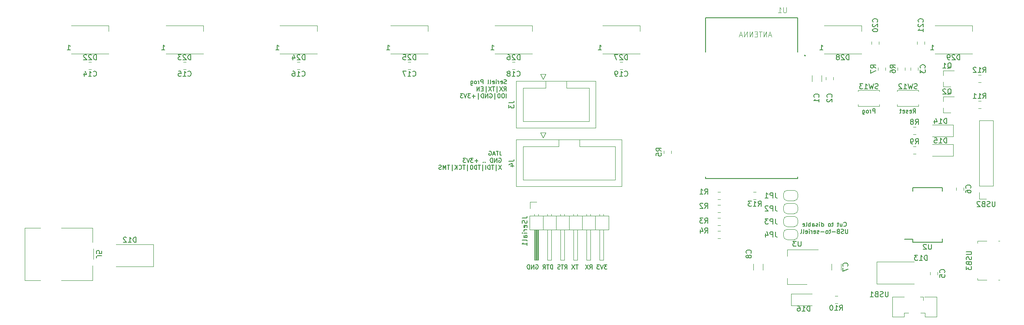
<source format=gbr>
%TF.GenerationSoftware,KiCad,Pcbnew,(5.1.6-0-10_14)*%
%TF.CreationDate,2020-10-26T15:40:05+01:00*%
%TF.ProjectId,GenericEPaperRemote,47656e65-7269-4634-9550-617065725265,rev?*%
%TF.SameCoordinates,Original*%
%TF.FileFunction,Legend,Bot*%
%TF.FilePolarity,Positive*%
%FSLAX46Y46*%
G04 Gerber Fmt 4.6, Leading zero omitted, Abs format (unit mm)*
G04 Created by KiCad (PCBNEW (5.1.6-0-10_14)) date 2020-10-26 15:40:05*
%MOMM*%
%LPD*%
G01*
G04 APERTURE LIST*
%ADD10C,0.152400*%
%ADD11C,0.120000*%
%ADD12C,0.127000*%
%ADD13C,0.200000*%
%ADD14C,0.150000*%
%ADD15C,0.015000*%
G04 APERTURE END LIST*
D10*
X240228361Y-121524485D02*
X240267066Y-121563190D01*
X240383180Y-121601895D01*
X240460590Y-121601895D01*
X240576704Y-121563190D01*
X240654114Y-121485780D01*
X240692819Y-121408371D01*
X240731523Y-121253552D01*
X240731523Y-121137438D01*
X240692819Y-120982619D01*
X240654114Y-120905209D01*
X240576704Y-120827800D01*
X240460590Y-120789095D01*
X240383180Y-120789095D01*
X240267066Y-120827800D01*
X240228361Y-120866504D01*
X239531676Y-121060028D02*
X239531676Y-121601895D01*
X239880019Y-121060028D02*
X239880019Y-121485780D01*
X239841314Y-121563190D01*
X239763904Y-121601895D01*
X239647790Y-121601895D01*
X239570380Y-121563190D01*
X239531676Y-121524485D01*
X239260742Y-121060028D02*
X238951104Y-121060028D01*
X239144628Y-120789095D02*
X239144628Y-121485780D01*
X239105923Y-121563190D01*
X239028514Y-121601895D01*
X238951104Y-121601895D01*
X238177009Y-121060028D02*
X237867371Y-121060028D01*
X238060895Y-120789095D02*
X238060895Y-121485780D01*
X238022190Y-121563190D01*
X237944780Y-121601895D01*
X237867371Y-121601895D01*
X237480323Y-121601895D02*
X237557733Y-121563190D01*
X237596438Y-121524485D01*
X237635142Y-121447076D01*
X237635142Y-121214847D01*
X237596438Y-121137438D01*
X237557733Y-121098733D01*
X237480323Y-121060028D01*
X237364209Y-121060028D01*
X237286800Y-121098733D01*
X237248095Y-121137438D01*
X237209390Y-121214847D01*
X237209390Y-121447076D01*
X237248095Y-121524485D01*
X237286800Y-121563190D01*
X237364209Y-121601895D01*
X237480323Y-121601895D01*
X235893428Y-121601895D02*
X235893428Y-120789095D01*
X235893428Y-121563190D02*
X235970838Y-121601895D01*
X236125657Y-121601895D01*
X236203066Y-121563190D01*
X236241771Y-121524485D01*
X236280476Y-121447076D01*
X236280476Y-121214847D01*
X236241771Y-121137438D01*
X236203066Y-121098733D01*
X236125657Y-121060028D01*
X235970838Y-121060028D01*
X235893428Y-121098733D01*
X235506380Y-121601895D02*
X235506380Y-121060028D01*
X235506380Y-120789095D02*
X235545085Y-120827800D01*
X235506380Y-120866504D01*
X235467676Y-120827800D01*
X235506380Y-120789095D01*
X235506380Y-120866504D01*
X235158038Y-121563190D02*
X235080628Y-121601895D01*
X234925809Y-121601895D01*
X234848400Y-121563190D01*
X234809695Y-121485780D01*
X234809695Y-121447076D01*
X234848400Y-121369666D01*
X234925809Y-121330961D01*
X235041923Y-121330961D01*
X235119333Y-121292257D01*
X235158038Y-121214847D01*
X235158038Y-121176142D01*
X235119333Y-121098733D01*
X235041923Y-121060028D01*
X234925809Y-121060028D01*
X234848400Y-121098733D01*
X234113009Y-121601895D02*
X234113009Y-121176142D01*
X234151714Y-121098733D01*
X234229123Y-121060028D01*
X234383942Y-121060028D01*
X234461352Y-121098733D01*
X234113009Y-121563190D02*
X234190419Y-121601895D01*
X234383942Y-121601895D01*
X234461352Y-121563190D01*
X234500057Y-121485780D01*
X234500057Y-121408371D01*
X234461352Y-121330961D01*
X234383942Y-121292257D01*
X234190419Y-121292257D01*
X234113009Y-121253552D01*
X233725961Y-121601895D02*
X233725961Y-120789095D01*
X233725961Y-121098733D02*
X233648552Y-121060028D01*
X233493733Y-121060028D01*
X233416323Y-121098733D01*
X233377619Y-121137438D01*
X233338914Y-121214847D01*
X233338914Y-121447076D01*
X233377619Y-121524485D01*
X233416323Y-121563190D01*
X233493733Y-121601895D01*
X233648552Y-121601895D01*
X233725961Y-121563190D01*
X232874457Y-121601895D02*
X232951866Y-121563190D01*
X232990571Y-121485780D01*
X232990571Y-120789095D01*
X232255180Y-121563190D02*
X232332590Y-121601895D01*
X232487409Y-121601895D01*
X232564819Y-121563190D01*
X232603523Y-121485780D01*
X232603523Y-121176142D01*
X232564819Y-121098733D01*
X232487409Y-121060028D01*
X232332590Y-121060028D01*
X232255180Y-121098733D01*
X232216476Y-121176142D01*
X232216476Y-121253552D01*
X232603523Y-121330961D01*
X241002457Y-122160695D02*
X241002457Y-122818676D01*
X240963752Y-122896085D01*
X240925047Y-122934790D01*
X240847638Y-122973495D01*
X240692819Y-122973495D01*
X240615409Y-122934790D01*
X240576704Y-122896085D01*
X240538000Y-122818676D01*
X240538000Y-122160695D01*
X240189657Y-122934790D02*
X240073542Y-122973495D01*
X239880019Y-122973495D01*
X239802609Y-122934790D01*
X239763904Y-122896085D01*
X239725200Y-122818676D01*
X239725200Y-122741266D01*
X239763904Y-122663857D01*
X239802609Y-122625152D01*
X239880019Y-122586447D01*
X240034838Y-122547742D01*
X240112247Y-122509038D01*
X240150952Y-122470333D01*
X240189657Y-122392923D01*
X240189657Y-122315514D01*
X240150952Y-122238104D01*
X240112247Y-122199400D01*
X240034838Y-122160695D01*
X239841314Y-122160695D01*
X239725200Y-122199400D01*
X239105923Y-122547742D02*
X238989809Y-122586447D01*
X238951104Y-122625152D01*
X238912400Y-122702561D01*
X238912400Y-122818676D01*
X238951104Y-122896085D01*
X238989809Y-122934790D01*
X239067219Y-122973495D01*
X239376857Y-122973495D01*
X239376857Y-122160695D01*
X239105923Y-122160695D01*
X239028514Y-122199400D01*
X238989809Y-122238104D01*
X238951104Y-122315514D01*
X238951104Y-122392923D01*
X238989809Y-122470333D01*
X239028514Y-122509038D01*
X239105923Y-122547742D01*
X239376857Y-122547742D01*
X238564057Y-122663857D02*
X237944780Y-122663857D01*
X237673847Y-122431628D02*
X237364209Y-122431628D01*
X237557733Y-122160695D02*
X237557733Y-122857380D01*
X237519028Y-122934790D01*
X237441619Y-122973495D01*
X237364209Y-122973495D01*
X236977161Y-122973495D02*
X237054571Y-122934790D01*
X237093276Y-122896085D01*
X237131980Y-122818676D01*
X237131980Y-122586447D01*
X237093276Y-122509038D01*
X237054571Y-122470333D01*
X236977161Y-122431628D01*
X236861047Y-122431628D01*
X236783638Y-122470333D01*
X236744933Y-122509038D01*
X236706228Y-122586447D01*
X236706228Y-122818676D01*
X236744933Y-122896085D01*
X236783638Y-122934790D01*
X236861047Y-122973495D01*
X236977161Y-122973495D01*
X236357885Y-122663857D02*
X235738609Y-122663857D01*
X235390266Y-122934790D02*
X235312857Y-122973495D01*
X235158038Y-122973495D01*
X235080628Y-122934790D01*
X235041923Y-122857380D01*
X235041923Y-122818676D01*
X235080628Y-122741266D01*
X235158038Y-122702561D01*
X235274152Y-122702561D01*
X235351561Y-122663857D01*
X235390266Y-122586447D01*
X235390266Y-122547742D01*
X235351561Y-122470333D01*
X235274152Y-122431628D01*
X235158038Y-122431628D01*
X235080628Y-122470333D01*
X234383942Y-122934790D02*
X234461352Y-122973495D01*
X234616171Y-122973495D01*
X234693580Y-122934790D01*
X234732285Y-122857380D01*
X234732285Y-122547742D01*
X234693580Y-122470333D01*
X234616171Y-122431628D01*
X234461352Y-122431628D01*
X234383942Y-122470333D01*
X234345238Y-122547742D01*
X234345238Y-122625152D01*
X234732285Y-122702561D01*
X233996895Y-122973495D02*
X233996895Y-122431628D01*
X233996895Y-122586447D02*
X233958190Y-122509038D01*
X233919485Y-122470333D01*
X233842076Y-122431628D01*
X233764666Y-122431628D01*
X233493733Y-122973495D02*
X233493733Y-122431628D01*
X233493733Y-122160695D02*
X233532438Y-122199400D01*
X233493733Y-122238104D01*
X233455028Y-122199400D01*
X233493733Y-122160695D01*
X233493733Y-122238104D01*
X232797047Y-122934790D02*
X232874457Y-122973495D01*
X233029276Y-122973495D01*
X233106685Y-122934790D01*
X233145390Y-122857380D01*
X233145390Y-122547742D01*
X233106685Y-122470333D01*
X233029276Y-122431628D01*
X232874457Y-122431628D01*
X232797047Y-122470333D01*
X232758342Y-122547742D01*
X232758342Y-122625152D01*
X233145390Y-122702561D01*
X232293885Y-122973495D02*
X232371295Y-122934790D01*
X232410000Y-122857380D01*
X232410000Y-122160695D01*
X231868133Y-122973495D02*
X231945542Y-122934790D01*
X231984247Y-122857380D01*
X231984247Y-122160695D01*
X194094825Y-129094895D02*
X193591663Y-129094895D01*
X193862597Y-129404533D01*
X193746482Y-129404533D01*
X193669073Y-129443238D01*
X193630368Y-129481942D01*
X193591663Y-129559352D01*
X193591663Y-129752876D01*
X193630368Y-129830285D01*
X193669073Y-129868990D01*
X193746482Y-129907695D01*
X193978711Y-129907695D01*
X194056120Y-129868990D01*
X194094825Y-129830285D01*
X193359435Y-129094895D02*
X193088501Y-129907695D01*
X192817568Y-129094895D01*
X192624044Y-129094895D02*
X192120882Y-129094895D01*
X192391816Y-129404533D01*
X192275701Y-129404533D01*
X192198292Y-129443238D01*
X192159587Y-129481942D01*
X192120882Y-129559352D01*
X192120882Y-129752876D01*
X192159587Y-129830285D01*
X192198292Y-129868990D01*
X192275701Y-129907695D01*
X192507930Y-129907695D01*
X192585340Y-129868990D01*
X192624044Y-129830285D01*
X190688806Y-129907695D02*
X190959740Y-129520647D01*
X191153263Y-129907695D02*
X191153263Y-129094895D01*
X190843625Y-129094895D01*
X190766216Y-129133600D01*
X190727511Y-129172304D01*
X190688806Y-129249714D01*
X190688806Y-129365828D01*
X190727511Y-129443238D01*
X190766216Y-129481942D01*
X190843625Y-129520647D01*
X191153263Y-129520647D01*
X190417873Y-129094895D02*
X189876006Y-129907695D01*
X189876006Y-129094895D02*
X190417873Y-129907695D01*
X188443930Y-129094895D02*
X187979473Y-129094895D01*
X188211701Y-129907695D02*
X188211701Y-129094895D01*
X187785949Y-129094895D02*
X187244082Y-129907695D01*
X187244082Y-129094895D02*
X187785949Y-129907695D01*
X185850711Y-129907695D02*
X186121644Y-129520647D01*
X186315168Y-129907695D02*
X186315168Y-129094895D01*
X186005530Y-129094895D01*
X185928120Y-129133600D01*
X185889416Y-129172304D01*
X185850711Y-129249714D01*
X185850711Y-129365828D01*
X185889416Y-129443238D01*
X185928120Y-129481942D01*
X186005530Y-129520647D01*
X186315168Y-129520647D01*
X185618482Y-129094895D02*
X185154025Y-129094895D01*
X185386254Y-129907695D02*
X185386254Y-129094895D01*
X184921797Y-129868990D02*
X184805682Y-129907695D01*
X184612159Y-129907695D01*
X184534749Y-129868990D01*
X184496044Y-129830285D01*
X184457340Y-129752876D01*
X184457340Y-129675466D01*
X184496044Y-129598057D01*
X184534749Y-129559352D01*
X184612159Y-129520647D01*
X184766978Y-129481942D01*
X184844387Y-129443238D01*
X184883092Y-129404533D01*
X184921797Y-129327123D01*
X184921797Y-129249714D01*
X184883092Y-129172304D01*
X184844387Y-129133600D01*
X184766978Y-129094895D01*
X184573454Y-129094895D01*
X184457340Y-129133600D01*
X183489720Y-129907695D02*
X183489720Y-129094895D01*
X183296197Y-129094895D01*
X183180082Y-129133600D01*
X183102673Y-129211009D01*
X183063968Y-129288419D01*
X183025263Y-129443238D01*
X183025263Y-129559352D01*
X183063968Y-129714171D01*
X183102673Y-129791580D01*
X183180082Y-129868990D01*
X183296197Y-129907695D01*
X183489720Y-129907695D01*
X182793035Y-129094895D02*
X182328578Y-129094895D01*
X182560806Y-129907695D02*
X182560806Y-129094895D01*
X181593187Y-129907695D02*
X181864120Y-129520647D01*
X182057644Y-129907695D02*
X182057644Y-129094895D01*
X181748006Y-129094895D01*
X181670597Y-129133600D01*
X181631892Y-129172304D01*
X181593187Y-129249714D01*
X181593187Y-129365828D01*
X181631892Y-129443238D01*
X181670597Y-129481942D01*
X181748006Y-129520647D01*
X182057644Y-129520647D01*
X180199816Y-129133600D02*
X180277225Y-129094895D01*
X180393340Y-129094895D01*
X180509454Y-129133600D01*
X180586863Y-129211009D01*
X180625568Y-129288419D01*
X180664273Y-129443238D01*
X180664273Y-129559352D01*
X180625568Y-129714171D01*
X180586863Y-129791580D01*
X180509454Y-129868990D01*
X180393340Y-129907695D01*
X180315930Y-129907695D01*
X180199816Y-129868990D01*
X180161111Y-129830285D01*
X180161111Y-129559352D01*
X180315930Y-129559352D01*
X179812768Y-129907695D02*
X179812768Y-129094895D01*
X179348311Y-129907695D01*
X179348311Y-129094895D01*
X178961263Y-129907695D02*
X178961263Y-129094895D01*
X178767740Y-129094895D01*
X178651625Y-129133600D01*
X178574216Y-129211009D01*
X178535511Y-129288419D01*
X178496806Y-129443238D01*
X178496806Y-129559352D01*
X178535511Y-129714171D01*
X178574216Y-129791580D01*
X178651625Y-129868990D01*
X178767740Y-129907695D01*
X178961263Y-129907695D01*
X173211187Y-106895295D02*
X173211187Y-107475866D01*
X173249892Y-107591980D01*
X173327301Y-107669390D01*
X173443416Y-107708095D01*
X173520825Y-107708095D01*
X172940254Y-106895295D02*
X172475797Y-106895295D01*
X172708025Y-107708095D02*
X172708025Y-106895295D01*
X172243568Y-107475866D02*
X171856520Y-107475866D01*
X172320978Y-107708095D02*
X172050044Y-106895295D01*
X171779111Y-107708095D01*
X171082425Y-106934000D02*
X171159835Y-106895295D01*
X171275949Y-106895295D01*
X171392063Y-106934000D01*
X171469473Y-107011409D01*
X171508178Y-107088819D01*
X171546882Y-107243638D01*
X171546882Y-107359752D01*
X171508178Y-107514571D01*
X171469473Y-107591980D01*
X171392063Y-107669390D01*
X171275949Y-107708095D01*
X171198540Y-107708095D01*
X171082425Y-107669390D01*
X171043720Y-107630685D01*
X171043720Y-107359752D01*
X171198540Y-107359752D01*
X173017663Y-108305600D02*
X173095073Y-108266895D01*
X173211187Y-108266895D01*
X173327301Y-108305600D01*
X173404711Y-108383009D01*
X173443416Y-108460419D01*
X173482120Y-108615238D01*
X173482120Y-108731352D01*
X173443416Y-108886171D01*
X173404711Y-108963580D01*
X173327301Y-109040990D01*
X173211187Y-109079695D01*
X173133778Y-109079695D01*
X173017663Y-109040990D01*
X172978959Y-109002285D01*
X172978959Y-108731352D01*
X173133778Y-108731352D01*
X172630616Y-109079695D02*
X172630616Y-108266895D01*
X172166159Y-109079695D01*
X172166159Y-108266895D01*
X171779111Y-109079695D02*
X171779111Y-108266895D01*
X171585587Y-108266895D01*
X171469473Y-108305600D01*
X171392063Y-108383009D01*
X171353359Y-108460419D01*
X171314654Y-108615238D01*
X171314654Y-108731352D01*
X171353359Y-108886171D01*
X171392063Y-108963580D01*
X171469473Y-109040990D01*
X171585587Y-109079695D01*
X171779111Y-109079695D01*
X170347035Y-109002285D02*
X170308330Y-109040990D01*
X170347035Y-109079695D01*
X170385740Y-109040990D01*
X170347035Y-109002285D01*
X170347035Y-109079695D01*
X169959987Y-109002285D02*
X169921282Y-109040990D01*
X169959987Y-109079695D01*
X169998692Y-109040990D01*
X169959987Y-109002285D01*
X169959987Y-109079695D01*
X168953663Y-108770057D02*
X168334387Y-108770057D01*
X168644025Y-109079695D02*
X168644025Y-108460419D01*
X168024749Y-108266895D02*
X167521587Y-108266895D01*
X167792520Y-108576533D01*
X167676406Y-108576533D01*
X167598997Y-108615238D01*
X167560292Y-108653942D01*
X167521587Y-108731352D01*
X167521587Y-108924876D01*
X167560292Y-109002285D01*
X167598997Y-109040990D01*
X167676406Y-109079695D01*
X167908635Y-109079695D01*
X167986044Y-109040990D01*
X168024749Y-109002285D01*
X167289359Y-108266895D02*
X167018425Y-109079695D01*
X166747492Y-108266895D01*
X166553968Y-108266895D02*
X166050806Y-108266895D01*
X166321740Y-108576533D01*
X166205625Y-108576533D01*
X166128216Y-108615238D01*
X166089511Y-108653942D01*
X166050806Y-108731352D01*
X166050806Y-108924876D01*
X166089511Y-109002285D01*
X166128216Y-109040990D01*
X166205625Y-109079695D01*
X166437854Y-109079695D01*
X166515263Y-109040990D01*
X166553968Y-109002285D01*
X173520825Y-109638495D02*
X172978959Y-110451295D01*
X172978959Y-109638495D02*
X173520825Y-110451295D01*
X172475797Y-110722228D02*
X172475797Y-109561085D01*
X172011340Y-109638495D02*
X171546882Y-109638495D01*
X171779111Y-110451295D02*
X171779111Y-109638495D01*
X171275949Y-110451295D02*
X171275949Y-109638495D01*
X171082425Y-109638495D01*
X170966311Y-109677200D01*
X170888901Y-109754609D01*
X170850197Y-109832019D01*
X170811492Y-109986838D01*
X170811492Y-110102952D01*
X170850197Y-110257771D01*
X170888901Y-110335180D01*
X170966311Y-110412590D01*
X171082425Y-110451295D01*
X171275949Y-110451295D01*
X170463149Y-110451295D02*
X170463149Y-109638495D01*
X169882578Y-110722228D02*
X169882578Y-109561085D01*
X169418120Y-109638495D02*
X168953663Y-109638495D01*
X169185892Y-110451295D02*
X169185892Y-109638495D01*
X168682730Y-110451295D02*
X168682730Y-109638495D01*
X168489206Y-109638495D01*
X168373092Y-109677200D01*
X168295682Y-109754609D01*
X168256978Y-109832019D01*
X168218273Y-109986838D01*
X168218273Y-110102952D01*
X168256978Y-110257771D01*
X168295682Y-110335180D01*
X168373092Y-110412590D01*
X168489206Y-110451295D01*
X168682730Y-110451295D01*
X167715111Y-109638495D02*
X167637701Y-109638495D01*
X167560292Y-109677200D01*
X167521587Y-109715904D01*
X167482882Y-109793314D01*
X167444178Y-109948133D01*
X167444178Y-110141657D01*
X167482882Y-110296476D01*
X167521587Y-110373885D01*
X167560292Y-110412590D01*
X167637701Y-110451295D01*
X167715111Y-110451295D01*
X167792520Y-110412590D01*
X167831225Y-110373885D01*
X167869930Y-110296476D01*
X167908635Y-110141657D01*
X167908635Y-109948133D01*
X167869930Y-109793314D01*
X167831225Y-109715904D01*
X167792520Y-109677200D01*
X167715111Y-109638495D01*
X166902311Y-110722228D02*
X166902311Y-109561085D01*
X166437854Y-109638495D02*
X165973397Y-109638495D01*
X166205625Y-110451295D02*
X166205625Y-109638495D01*
X165238006Y-110373885D02*
X165276711Y-110412590D01*
X165392825Y-110451295D01*
X165470235Y-110451295D01*
X165586349Y-110412590D01*
X165663759Y-110335180D01*
X165702463Y-110257771D01*
X165741168Y-110102952D01*
X165741168Y-109986838D01*
X165702463Y-109832019D01*
X165663759Y-109754609D01*
X165586349Y-109677200D01*
X165470235Y-109638495D01*
X165392825Y-109638495D01*
X165276711Y-109677200D01*
X165238006Y-109715904D01*
X164889663Y-110451295D02*
X164889663Y-109638495D01*
X164425206Y-110451295D02*
X164773549Y-109986838D01*
X164425206Y-109638495D02*
X164889663Y-110102952D01*
X163883340Y-110722228D02*
X163883340Y-109561085D01*
X163418882Y-109638495D02*
X162954425Y-109638495D01*
X163186654Y-110451295D02*
X163186654Y-109638495D01*
X162683492Y-110451295D02*
X162683492Y-109638495D01*
X162412559Y-110219066D01*
X162141625Y-109638495D01*
X162141625Y-110451295D01*
X161793282Y-110412590D02*
X161677168Y-110451295D01*
X161483644Y-110451295D01*
X161406235Y-110412590D01*
X161367530Y-110373885D01*
X161328825Y-110296476D01*
X161328825Y-110219066D01*
X161367530Y-110141657D01*
X161406235Y-110102952D01*
X161483644Y-110064247D01*
X161638463Y-110025542D01*
X161715873Y-109986838D01*
X161754578Y-109948133D01*
X161793282Y-109870723D01*
X161793282Y-109793314D01*
X161754578Y-109715904D01*
X161715873Y-109677200D01*
X161638463Y-109638495D01*
X161444940Y-109638495D01*
X161328825Y-109677200D01*
X174498120Y-93699390D02*
X174382006Y-93738095D01*
X174188482Y-93738095D01*
X174111073Y-93699390D01*
X174072368Y-93660685D01*
X174033663Y-93583276D01*
X174033663Y-93505866D01*
X174072368Y-93428457D01*
X174111073Y-93389752D01*
X174188482Y-93351047D01*
X174343301Y-93312342D01*
X174420711Y-93273638D01*
X174459416Y-93234933D01*
X174498120Y-93157523D01*
X174498120Y-93080114D01*
X174459416Y-93002704D01*
X174420711Y-92964000D01*
X174343301Y-92925295D01*
X174149778Y-92925295D01*
X174033663Y-92964000D01*
X173375682Y-93699390D02*
X173453092Y-93738095D01*
X173607911Y-93738095D01*
X173685320Y-93699390D01*
X173724025Y-93621980D01*
X173724025Y-93312342D01*
X173685320Y-93234933D01*
X173607911Y-93196228D01*
X173453092Y-93196228D01*
X173375682Y-93234933D01*
X173336978Y-93312342D01*
X173336978Y-93389752D01*
X173724025Y-93467161D01*
X172988635Y-93738095D02*
X172988635Y-93196228D01*
X172988635Y-93351047D02*
X172949930Y-93273638D01*
X172911225Y-93234933D01*
X172833816Y-93196228D01*
X172756406Y-93196228D01*
X172485473Y-93738095D02*
X172485473Y-93196228D01*
X172485473Y-92925295D02*
X172524178Y-92964000D01*
X172485473Y-93002704D01*
X172446768Y-92964000D01*
X172485473Y-92925295D01*
X172485473Y-93002704D01*
X171788787Y-93699390D02*
X171866197Y-93738095D01*
X172021016Y-93738095D01*
X172098425Y-93699390D01*
X172137130Y-93621980D01*
X172137130Y-93312342D01*
X172098425Y-93234933D01*
X172021016Y-93196228D01*
X171866197Y-93196228D01*
X171788787Y-93234933D01*
X171750082Y-93312342D01*
X171750082Y-93389752D01*
X172137130Y-93467161D01*
X171285625Y-93738095D02*
X171363035Y-93699390D01*
X171401740Y-93621980D01*
X171401740Y-92925295D01*
X170859873Y-93738095D02*
X170937282Y-93699390D01*
X170975987Y-93621980D01*
X170975987Y-92925295D01*
X169930959Y-93738095D02*
X169930959Y-92925295D01*
X169621320Y-92925295D01*
X169543911Y-92964000D01*
X169505206Y-93002704D01*
X169466501Y-93080114D01*
X169466501Y-93196228D01*
X169505206Y-93273638D01*
X169543911Y-93312342D01*
X169621320Y-93351047D01*
X169930959Y-93351047D01*
X169118159Y-93738095D02*
X169118159Y-93196228D01*
X169118159Y-93351047D02*
X169079454Y-93273638D01*
X169040749Y-93234933D01*
X168963340Y-93196228D01*
X168885930Y-93196228D01*
X168498882Y-93738095D02*
X168576292Y-93699390D01*
X168614997Y-93660685D01*
X168653701Y-93583276D01*
X168653701Y-93351047D01*
X168614997Y-93273638D01*
X168576292Y-93234933D01*
X168498882Y-93196228D01*
X168382768Y-93196228D01*
X168305359Y-93234933D01*
X168266654Y-93273638D01*
X168227949Y-93351047D01*
X168227949Y-93583276D01*
X168266654Y-93660685D01*
X168305359Y-93699390D01*
X168382768Y-93738095D01*
X168498882Y-93738095D01*
X167531263Y-93196228D02*
X167531263Y-93854209D01*
X167569968Y-93931619D01*
X167608673Y-93970323D01*
X167686082Y-94009028D01*
X167802197Y-94009028D01*
X167879606Y-93970323D01*
X167531263Y-93699390D02*
X167608673Y-93738095D01*
X167763492Y-93738095D01*
X167840901Y-93699390D01*
X167879606Y-93660685D01*
X167918311Y-93583276D01*
X167918311Y-93351047D01*
X167879606Y-93273638D01*
X167840901Y-93234933D01*
X167763492Y-93196228D01*
X167608673Y-93196228D01*
X167531263Y-93234933D01*
X173994959Y-95109695D02*
X174265892Y-94722647D01*
X174459416Y-95109695D02*
X174459416Y-94296895D01*
X174149778Y-94296895D01*
X174072368Y-94335600D01*
X174033663Y-94374304D01*
X173994959Y-94451714D01*
X173994959Y-94567828D01*
X174033663Y-94645238D01*
X174072368Y-94683942D01*
X174149778Y-94722647D01*
X174459416Y-94722647D01*
X173724025Y-94296895D02*
X173182159Y-95109695D01*
X173182159Y-94296895D02*
X173724025Y-95109695D01*
X172678997Y-95380628D02*
X172678997Y-94219485D01*
X172214540Y-94296895D02*
X171750082Y-94296895D01*
X171982311Y-95109695D02*
X171982311Y-94296895D01*
X171556559Y-94296895D02*
X171014692Y-95109695D01*
X171014692Y-94296895D02*
X171556559Y-95109695D01*
X170511530Y-95380628D02*
X170511530Y-94219485D01*
X169930959Y-94683942D02*
X169660025Y-94683942D01*
X169543911Y-95109695D02*
X169930959Y-95109695D01*
X169930959Y-94296895D01*
X169543911Y-94296895D01*
X169195568Y-95109695D02*
X169195568Y-94296895D01*
X168731111Y-95109695D01*
X168731111Y-94296895D01*
X174459416Y-96481295D02*
X174459416Y-95668495D01*
X173917549Y-95668495D02*
X173762730Y-95668495D01*
X173685320Y-95707200D01*
X173607911Y-95784609D01*
X173569206Y-95939428D01*
X173569206Y-96210361D01*
X173607911Y-96365180D01*
X173685320Y-96442590D01*
X173762730Y-96481295D01*
X173917549Y-96481295D01*
X173994959Y-96442590D01*
X174072368Y-96365180D01*
X174111073Y-96210361D01*
X174111073Y-95939428D01*
X174072368Y-95784609D01*
X173994959Y-95707200D01*
X173917549Y-95668495D01*
X173066044Y-95668495D02*
X172988635Y-95668495D01*
X172911225Y-95707200D01*
X172872520Y-95745904D01*
X172833816Y-95823314D01*
X172795111Y-95978133D01*
X172795111Y-96171657D01*
X172833816Y-96326476D01*
X172872520Y-96403885D01*
X172911225Y-96442590D01*
X172988635Y-96481295D01*
X173066044Y-96481295D01*
X173143454Y-96442590D01*
X173182159Y-96403885D01*
X173220863Y-96326476D01*
X173259568Y-96171657D01*
X173259568Y-95978133D01*
X173220863Y-95823314D01*
X173182159Y-95745904D01*
X173143454Y-95707200D01*
X173066044Y-95668495D01*
X172253244Y-96752228D02*
X172253244Y-95591085D01*
X171246920Y-95707200D02*
X171324330Y-95668495D01*
X171440444Y-95668495D01*
X171556559Y-95707200D01*
X171633968Y-95784609D01*
X171672673Y-95862019D01*
X171711378Y-96016838D01*
X171711378Y-96132952D01*
X171672673Y-96287771D01*
X171633968Y-96365180D01*
X171556559Y-96442590D01*
X171440444Y-96481295D01*
X171363035Y-96481295D01*
X171246920Y-96442590D01*
X171208216Y-96403885D01*
X171208216Y-96132952D01*
X171363035Y-96132952D01*
X170859873Y-96481295D02*
X170859873Y-95668495D01*
X170395416Y-96481295D01*
X170395416Y-95668495D01*
X170008368Y-96481295D02*
X170008368Y-95668495D01*
X169814844Y-95668495D01*
X169698730Y-95707200D01*
X169621320Y-95784609D01*
X169582616Y-95862019D01*
X169543911Y-96016838D01*
X169543911Y-96132952D01*
X169582616Y-96287771D01*
X169621320Y-96365180D01*
X169698730Y-96442590D01*
X169814844Y-96481295D01*
X170008368Y-96481295D01*
X169002044Y-96752228D02*
X169002044Y-95591085D01*
X168421473Y-96171657D02*
X167802197Y-96171657D01*
X168111835Y-96481295D02*
X168111835Y-95862019D01*
X167492559Y-95668495D02*
X166989397Y-95668495D01*
X167260330Y-95978133D01*
X167144216Y-95978133D01*
X167066806Y-96016838D01*
X167028101Y-96055542D01*
X166989397Y-96132952D01*
X166989397Y-96326476D01*
X167028101Y-96403885D01*
X167066806Y-96442590D01*
X167144216Y-96481295D01*
X167376444Y-96481295D01*
X167453854Y-96442590D01*
X167492559Y-96403885D01*
X166757168Y-95668495D02*
X166486235Y-96481295D01*
X166215301Y-95668495D01*
X166021778Y-95668495D02*
X165518616Y-95668495D01*
X165789549Y-95978133D01*
X165673435Y-95978133D01*
X165596025Y-96016838D01*
X165557320Y-96055542D01*
X165518616Y-96132952D01*
X165518616Y-96326476D01*
X165557320Y-96403885D01*
X165596025Y-96442590D01*
X165673435Y-96481295D01*
X165905663Y-96481295D01*
X165983073Y-96442590D01*
X166021778Y-96403885D01*
X246309847Y-99427695D02*
X246309847Y-98614895D01*
X246000209Y-98614895D01*
X245922800Y-98653600D01*
X245884095Y-98692304D01*
X245845390Y-98769714D01*
X245845390Y-98885828D01*
X245884095Y-98963238D01*
X245922800Y-99001942D01*
X246000209Y-99040647D01*
X246309847Y-99040647D01*
X245497047Y-99427695D02*
X245497047Y-98885828D01*
X245497047Y-99040647D02*
X245458342Y-98963238D01*
X245419638Y-98924533D01*
X245342228Y-98885828D01*
X245264819Y-98885828D01*
X244877771Y-99427695D02*
X244955180Y-99388990D01*
X244993885Y-99350285D01*
X245032590Y-99272876D01*
X245032590Y-99040647D01*
X244993885Y-98963238D01*
X244955180Y-98924533D01*
X244877771Y-98885828D01*
X244761657Y-98885828D01*
X244684247Y-98924533D01*
X244645542Y-98963238D01*
X244606838Y-99040647D01*
X244606838Y-99272876D01*
X244645542Y-99350285D01*
X244684247Y-99388990D01*
X244761657Y-99427695D01*
X244877771Y-99427695D01*
X243910152Y-98885828D02*
X243910152Y-99543809D01*
X243948857Y-99621219D01*
X243987561Y-99659923D01*
X244064971Y-99698628D01*
X244181085Y-99698628D01*
X244258495Y-99659923D01*
X243910152Y-99388990D02*
X243987561Y-99427695D01*
X244142380Y-99427695D01*
X244219790Y-99388990D01*
X244258495Y-99350285D01*
X244297200Y-99272876D01*
X244297200Y-99040647D01*
X244258495Y-98963238D01*
X244219790Y-98924533D01*
X244142380Y-98885828D01*
X243987561Y-98885828D01*
X243910152Y-98924533D01*
X253736323Y-99427695D02*
X254007257Y-99040647D01*
X254200780Y-99427695D02*
X254200780Y-98614895D01*
X253891142Y-98614895D01*
X253813733Y-98653600D01*
X253775028Y-98692304D01*
X253736323Y-98769714D01*
X253736323Y-98885828D01*
X253775028Y-98963238D01*
X253813733Y-99001942D01*
X253891142Y-99040647D01*
X254200780Y-99040647D01*
X253078342Y-99388990D02*
X253155752Y-99427695D01*
X253310571Y-99427695D01*
X253387980Y-99388990D01*
X253426685Y-99311580D01*
X253426685Y-99001942D01*
X253387980Y-98924533D01*
X253310571Y-98885828D01*
X253155752Y-98885828D01*
X253078342Y-98924533D01*
X253039638Y-99001942D01*
X253039638Y-99079352D01*
X253426685Y-99156761D01*
X252730000Y-99388990D02*
X252652590Y-99427695D01*
X252497771Y-99427695D01*
X252420361Y-99388990D01*
X252381657Y-99311580D01*
X252381657Y-99272876D01*
X252420361Y-99195466D01*
X252497771Y-99156761D01*
X252613885Y-99156761D01*
X252691295Y-99118057D01*
X252730000Y-99040647D01*
X252730000Y-99001942D01*
X252691295Y-98924533D01*
X252613885Y-98885828D01*
X252497771Y-98885828D01*
X252420361Y-98924533D01*
X251723676Y-99388990D02*
X251801085Y-99427695D01*
X251955904Y-99427695D01*
X252033314Y-99388990D01*
X252072019Y-99311580D01*
X252072019Y-99001942D01*
X252033314Y-98924533D01*
X251955904Y-98885828D01*
X251801085Y-98885828D01*
X251723676Y-98924533D01*
X251684971Y-99001942D01*
X251684971Y-99079352D01*
X252072019Y-99156761D01*
X251452742Y-98885828D02*
X251143104Y-98885828D01*
X251336628Y-98614895D02*
X251336628Y-99311580D01*
X251297923Y-99388990D01*
X251220514Y-99427695D01*
X251143104Y-99427695D01*
D11*
%TO.C,D13*%
X246606000Y-132833000D02*
X246606000Y-128533000D01*
X246606000Y-128533000D02*
X253906000Y-128533000D01*
X246606000Y-132833000D02*
X253906000Y-132833000D01*
%TO.C,D12*%
X105692000Y-125104000D02*
X105692000Y-129404000D01*
X105692000Y-129404000D02*
X98392000Y-129404000D01*
X105692000Y-125104000D02*
X98392000Y-125104000D01*
D12*
%TO.C,U1*%
X231250000Y-87490000D02*
X231250000Y-80820000D01*
X231250000Y-80820000D02*
X213250000Y-80820000D01*
X213250000Y-80820000D02*
X213250000Y-87490000D01*
X231250000Y-111880000D02*
X231250000Y-112220000D01*
X231250000Y-112220000D02*
X213250000Y-112220000D01*
X213250000Y-112220000D02*
X213250000Y-111880000D01*
D13*
X232750000Y-88220000D02*
G75*
G03*
X232750000Y-88220000I-100000J0D01*
G01*
D11*
%TO.C,SW13*%
X243040000Y-94950000D02*
X243040000Y-95250000D01*
X247180000Y-98090000D02*
X247180000Y-97790000D01*
X247180000Y-95250000D02*
X247180000Y-94950000D01*
X243040000Y-98090000D02*
X247180000Y-98090000D01*
X243040000Y-97790000D02*
X243040000Y-98090000D01*
X247180000Y-94950000D02*
X243040000Y-94950000D01*
%TO.C,SW12*%
X250660000Y-94950000D02*
X250660000Y-95250000D01*
X254800000Y-98090000D02*
X254800000Y-97790000D01*
X254800000Y-95250000D02*
X254800000Y-94950000D01*
X250660000Y-98090000D02*
X254800000Y-98090000D01*
X250660000Y-97790000D02*
X250660000Y-98090000D01*
X254800000Y-94950000D02*
X250660000Y-94950000D01*
%TO.C,USB3*%
X266260000Y-132080000D02*
X266260000Y-131700000D01*
X270310000Y-132080000D02*
X270570000Y-132080000D01*
X266260000Y-132080000D02*
X268030000Y-132080000D01*
X266260000Y-124460000D02*
X266260000Y-124840000D01*
X268030000Y-124460000D02*
X266260000Y-124460000D01*
X270570000Y-124460000D02*
X270310000Y-124460000D01*
%TO.C,USB2*%
X266640000Y-100905000D02*
X269300000Y-100905000D01*
X266640000Y-113665000D02*
X266640000Y-100905000D01*
X269300000Y-113665000D02*
X269300000Y-100905000D01*
X266640000Y-113665000D02*
X269300000Y-113665000D01*
X266640000Y-114935000D02*
X266640000Y-116265000D01*
X266640000Y-116265000D02*
X267970000Y-116265000D01*
%TO.C,USB1*%
X255700000Y-136085000D02*
X255700000Y-135335000D01*
X255700000Y-135335000D02*
X255100000Y-135335000D01*
X256000000Y-135375000D02*
X258310000Y-135375000D01*
X249690000Y-135375000D02*
X249690000Y-139295000D01*
X258310000Y-139295000D02*
X256040000Y-139295000D01*
X258310000Y-135375000D02*
X258310000Y-139295000D01*
X249690000Y-139295000D02*
X251960000Y-139295000D01*
X252000000Y-135375000D02*
X249690000Y-135375000D01*
X251960000Y-138465000D02*
X251960000Y-139295000D01*
X256040000Y-138465000D02*
X256040000Y-139295000D01*
X256040000Y-138465000D02*
X255210000Y-138465000D01*
X251960000Y-138465000D02*
X252790000Y-138465000D01*
%TO.C,U3*%
X229230000Y-132950000D02*
X229230000Y-131690000D01*
X229230000Y-126130000D02*
X229230000Y-127390000D01*
X232990000Y-132950000D02*
X229230000Y-132950000D01*
X235240000Y-126130000D02*
X229230000Y-126130000D01*
D14*
%TO.C,U2*%
X253665000Y-124705000D02*
X253665000Y-124130000D01*
X259415000Y-124705000D02*
X259415000Y-124055000D01*
X259415000Y-114055000D02*
X259415000Y-114705000D01*
X253665000Y-114055000D02*
X253665000Y-114705000D01*
X253665000Y-124705000D02*
X259415000Y-124705000D01*
X253665000Y-114055000D02*
X259415000Y-114055000D01*
X253665000Y-124130000D02*
X252065000Y-124130000D01*
D11*
%TO.C,R13*%
X222623748Y-116280000D02*
X223146252Y-116280000D01*
X222623748Y-114860000D02*
X223146252Y-114860000D01*
%TO.C,R12*%
X266961252Y-92000000D02*
X266438748Y-92000000D01*
X266961252Y-93420000D02*
X266438748Y-93420000D01*
%TO.C,R11*%
X266961252Y-97080000D02*
X266438748Y-97080000D01*
X266961252Y-98500000D02*
X266438748Y-98500000D01*
%TO.C,R10*%
X238498748Y-136600000D02*
X239021252Y-136600000D01*
X238498748Y-135180000D02*
X239021252Y-135180000D01*
%TO.C,R9*%
X254261252Y-105970000D02*
X253738748Y-105970000D01*
X254261252Y-107390000D02*
X253738748Y-107390000D01*
%TO.C,R8*%
X254261252Y-102160000D02*
X253738748Y-102160000D01*
X254261252Y-103580000D02*
X253738748Y-103580000D01*
%TO.C,R7*%
X246940000Y-90543748D02*
X246940000Y-91066252D01*
X248360000Y-90543748D02*
X248360000Y-91066252D01*
%TO.C,R6*%
X250750000Y-90543748D02*
X250750000Y-91066252D01*
X252170000Y-90543748D02*
X252170000Y-91066252D01*
%TO.C,R5*%
X205157000Y-106799748D02*
X205157000Y-107322252D01*
X206577000Y-106799748D02*
X206577000Y-107322252D01*
%TO.C,R4*%
X216161252Y-122480000D02*
X215638748Y-122480000D01*
X216161252Y-123900000D02*
X215638748Y-123900000D01*
%TO.C,R3*%
X216161252Y-119940000D02*
X215638748Y-119940000D01*
X216161252Y-121360000D02*
X215638748Y-121360000D01*
%TO.C,R2*%
X216161252Y-117400000D02*
X215638748Y-117400000D01*
X216161252Y-118820000D02*
X215638748Y-118820000D01*
%TO.C,R1*%
X216161252Y-114860000D02*
X215638748Y-114860000D01*
X216161252Y-116280000D02*
X215638748Y-116280000D01*
%TO.C,Q2*%
X259590000Y-99370000D02*
X259590000Y-98440000D01*
X259590000Y-96210000D02*
X259590000Y-97140000D01*
X259590000Y-96210000D02*
X261750000Y-96210000D01*
X259590000Y-99370000D02*
X261050000Y-99370000D01*
%TO.C,Q1*%
X259590000Y-94290000D02*
X259590000Y-93360000D01*
X259590000Y-91130000D02*
X259590000Y-92060000D01*
X259590000Y-91130000D02*
X261750000Y-91130000D01*
X259590000Y-94290000D02*
X261050000Y-94290000D01*
%TO.C,JSerial1*%
X179010000Y-119550000D02*
X194370000Y-119550000D01*
X194370000Y-119550000D02*
X194370000Y-122210000D01*
X194370000Y-122210000D02*
X179010000Y-122210000D01*
X179010000Y-122210000D02*
X179010000Y-119550000D01*
X179960000Y-122210000D02*
X179960000Y-128210000D01*
X179960000Y-128210000D02*
X180720000Y-128210000D01*
X180720000Y-128210000D02*
X180720000Y-122210000D01*
X180020000Y-122210000D02*
X180020000Y-128210000D01*
X180140000Y-122210000D02*
X180140000Y-128210000D01*
X180260000Y-122210000D02*
X180260000Y-128210000D01*
X180380000Y-122210000D02*
X180380000Y-128210000D01*
X180500000Y-122210000D02*
X180500000Y-128210000D01*
X180620000Y-122210000D02*
X180620000Y-128210000D01*
X179960000Y-119220000D02*
X179960000Y-119550000D01*
X180720000Y-119220000D02*
X180720000Y-119550000D01*
X181610000Y-119550000D02*
X181610000Y-122210000D01*
X182500000Y-122210000D02*
X182500000Y-128210000D01*
X182500000Y-128210000D02*
X183260000Y-128210000D01*
X183260000Y-128210000D02*
X183260000Y-122210000D01*
X182500000Y-119152929D02*
X182500000Y-119550000D01*
X183260000Y-119152929D02*
X183260000Y-119550000D01*
X184150000Y-119550000D02*
X184150000Y-122210000D01*
X185040000Y-122210000D02*
X185040000Y-128210000D01*
X185040000Y-128210000D02*
X185800000Y-128210000D01*
X185800000Y-128210000D02*
X185800000Y-122210000D01*
X185040000Y-119152929D02*
X185040000Y-119550000D01*
X185800000Y-119152929D02*
X185800000Y-119550000D01*
X186690000Y-119550000D02*
X186690000Y-122210000D01*
X187580000Y-122210000D02*
X187580000Y-128210000D01*
X187580000Y-128210000D02*
X188340000Y-128210000D01*
X188340000Y-128210000D02*
X188340000Y-122210000D01*
X187580000Y-119152929D02*
X187580000Y-119550000D01*
X188340000Y-119152929D02*
X188340000Y-119550000D01*
X189230000Y-119550000D02*
X189230000Y-122210000D01*
X190120000Y-122210000D02*
X190120000Y-128210000D01*
X190120000Y-128210000D02*
X190880000Y-128210000D01*
X190880000Y-128210000D02*
X190880000Y-122210000D01*
X190120000Y-119152929D02*
X190120000Y-119550000D01*
X190880000Y-119152929D02*
X190880000Y-119550000D01*
X191770000Y-119550000D02*
X191770000Y-122210000D01*
X192660000Y-122210000D02*
X192660000Y-128210000D01*
X192660000Y-128210000D02*
X193420000Y-128210000D01*
X193420000Y-128210000D02*
X193420000Y-122210000D01*
X192660000Y-119152929D02*
X192660000Y-119550000D01*
X193420000Y-119152929D02*
X193420000Y-119550000D01*
X180340000Y-116840000D02*
X179070000Y-116840000D01*
X179070000Y-116840000D02*
X179070000Y-118110000D01*
%TO.C,JP4*%
X231270000Y-123490000D02*
X231270000Y-122890000D01*
X229170000Y-124190000D02*
X230570000Y-124190000D01*
X228470000Y-122890000D02*
X228470000Y-123490000D01*
X230570000Y-122190000D02*
X229170000Y-122190000D01*
X231270000Y-122890000D02*
G75*
G03*
X230570000Y-122190000I-700000J0D01*
G01*
X230570000Y-124190000D02*
G75*
G03*
X231270000Y-123490000I0J700000D01*
G01*
X228470000Y-123490000D02*
G75*
G03*
X229170000Y-124190000I700000J0D01*
G01*
X229170000Y-122190000D02*
G75*
G03*
X228470000Y-122890000I0J-700000D01*
G01*
%TO.C,JP3*%
X231270000Y-120950000D02*
X231270000Y-120350000D01*
X229170000Y-121650000D02*
X230570000Y-121650000D01*
X228470000Y-120350000D02*
X228470000Y-120950000D01*
X230570000Y-119650000D02*
X229170000Y-119650000D01*
X231270000Y-120350000D02*
G75*
G03*
X230570000Y-119650000I-700000J0D01*
G01*
X230570000Y-121650000D02*
G75*
G03*
X231270000Y-120950000I0J700000D01*
G01*
X228470000Y-120950000D02*
G75*
G03*
X229170000Y-121650000I700000J0D01*
G01*
X229170000Y-119650000D02*
G75*
G03*
X228470000Y-120350000I0J-700000D01*
G01*
%TO.C,JP2*%
X231270000Y-118410000D02*
X231270000Y-117810000D01*
X229170000Y-119110000D02*
X230570000Y-119110000D01*
X228470000Y-117810000D02*
X228470000Y-118410000D01*
X230570000Y-117110000D02*
X229170000Y-117110000D01*
X231270000Y-117810000D02*
G75*
G03*
X230570000Y-117110000I-700000J0D01*
G01*
X230570000Y-119110000D02*
G75*
G03*
X231270000Y-118410000I0J700000D01*
G01*
X228470000Y-118410000D02*
G75*
G03*
X229170000Y-119110000I700000J0D01*
G01*
X229170000Y-117110000D02*
G75*
G03*
X228470000Y-117810000I0J-700000D01*
G01*
%TO.C,JP1*%
X231270000Y-115870000D02*
X231270000Y-115270000D01*
X229170000Y-116570000D02*
X230570000Y-116570000D01*
X228470000Y-115270000D02*
X228470000Y-115870000D01*
X230570000Y-114570000D02*
X229170000Y-114570000D01*
X231270000Y-115270000D02*
G75*
G03*
X230570000Y-114570000I-700000J0D01*
G01*
X230570000Y-116570000D02*
G75*
G03*
X231270000Y-115870000I0J700000D01*
G01*
X228470000Y-115870000D02*
G75*
G03*
X229170000Y-116570000I700000J0D01*
G01*
X229170000Y-114570000D02*
G75*
G03*
X228470000Y-115270000I0J-700000D01*
G01*
%TO.C,J5*%
X87760000Y-132110000D02*
X93820000Y-132110000D01*
X93820000Y-132110000D02*
X93820000Y-129300000D01*
X93820000Y-124700000D02*
X93820000Y-121890000D01*
X93820000Y-121890000D02*
X87760000Y-121890000D01*
X83660000Y-121890000D02*
X80600000Y-121890000D01*
X80600000Y-121890000D02*
X80600000Y-132110000D01*
X80600000Y-132110000D02*
X83660000Y-132110000D01*
X94010000Y-128000000D02*
X94010000Y-126000000D01*
%TO.C,J4*%
X176400000Y-104660000D02*
X176400000Y-113780000D01*
X176400000Y-113780000D02*
X196980000Y-113780000D01*
X196980000Y-113780000D02*
X196980000Y-104660000D01*
X196980000Y-104660000D02*
X176400000Y-104660000D01*
X184640000Y-104660000D02*
X184640000Y-105970000D01*
X184640000Y-105970000D02*
X177700000Y-105970000D01*
X177700000Y-105970000D02*
X177700000Y-112470000D01*
X177700000Y-112470000D02*
X195680000Y-112470000D01*
X195680000Y-112470000D02*
X195680000Y-105970000D01*
X195680000Y-105970000D02*
X188740000Y-105970000D01*
X188740000Y-105970000D02*
X188740000Y-105970000D01*
X188740000Y-105970000D02*
X188740000Y-104660000D01*
X181610000Y-104270000D02*
X181110000Y-103270000D01*
X181110000Y-103270000D02*
X182110000Y-103270000D01*
X182110000Y-103270000D02*
X181610000Y-104270000D01*
%TO.C,J3*%
X176400000Y-93230000D02*
X176400000Y-102350000D01*
X176400000Y-102350000D02*
X191900000Y-102350000D01*
X191900000Y-102350000D02*
X191900000Y-93230000D01*
X191900000Y-93230000D02*
X176400000Y-93230000D01*
X182100000Y-93230000D02*
X182100000Y-94540000D01*
X182100000Y-94540000D02*
X177700000Y-94540000D01*
X177700000Y-94540000D02*
X177700000Y-101040000D01*
X177700000Y-101040000D02*
X190600000Y-101040000D01*
X190600000Y-101040000D02*
X190600000Y-94540000D01*
X190600000Y-94540000D02*
X186200000Y-94540000D01*
X186200000Y-94540000D02*
X186200000Y-94540000D01*
X186200000Y-94540000D02*
X186200000Y-93230000D01*
X181610000Y-92840000D02*
X181110000Y-91840000D01*
X181110000Y-91840000D02*
X182110000Y-91840000D01*
X182110000Y-91840000D02*
X181610000Y-92840000D01*
%TO.C,D29*%
X257970000Y-87840000D02*
X265270000Y-87840000D01*
X257970000Y-82340000D02*
X265270000Y-82340000D01*
X265270000Y-82340000D02*
X265270000Y-83490000D01*
%TO.C,D28*%
X236380000Y-87840000D02*
X243680000Y-87840000D01*
X236380000Y-82340000D02*
X243680000Y-82340000D01*
X243680000Y-82340000D02*
X243680000Y-83490000D01*
%TO.C,D27*%
X193200000Y-87840000D02*
X200500000Y-87840000D01*
X193200000Y-82340000D02*
X200500000Y-82340000D01*
X200500000Y-82340000D02*
X200500000Y-83490000D01*
%TO.C,D26*%
X172245000Y-87840000D02*
X179545000Y-87840000D01*
X172245000Y-82340000D02*
X179545000Y-82340000D01*
X179545000Y-82340000D02*
X179545000Y-83490000D01*
%TO.C,D25*%
X151925000Y-87840000D02*
X159225000Y-87840000D01*
X151925000Y-82340000D02*
X159225000Y-82340000D01*
X159225000Y-82340000D02*
X159225000Y-83490000D01*
%TO.C,D24*%
X130335000Y-87840000D02*
X137635000Y-87840000D01*
X130335000Y-82340000D02*
X137635000Y-82340000D01*
X137635000Y-82340000D02*
X137635000Y-83490000D01*
%TO.C,D23*%
X108110000Y-87840000D02*
X115410000Y-87840000D01*
X108110000Y-82340000D02*
X115410000Y-82340000D01*
X115410000Y-82340000D02*
X115410000Y-83490000D01*
%TO.C,D22*%
X89695000Y-87840000D02*
X96995000Y-87840000D01*
X89695000Y-82340000D02*
X96995000Y-82340000D01*
X96995000Y-82340000D02*
X96995000Y-83490000D01*
%TO.C,D16*%
X234010000Y-137025000D02*
X229950000Y-137025000D01*
X229950000Y-137025000D02*
X229950000Y-134755000D01*
X229950000Y-134755000D02*
X234010000Y-134755000D01*
%TO.C,D15*%
X257480000Y-105545000D02*
X261540000Y-105545000D01*
X261540000Y-105545000D02*
X261540000Y-107815000D01*
X261540000Y-107815000D02*
X257480000Y-107815000D01*
%TO.C,D14*%
X257480000Y-101735000D02*
X261540000Y-101735000D01*
X261540000Y-101735000D02*
X261540000Y-104005000D01*
X261540000Y-104005000D02*
X257480000Y-104005000D01*
%TO.C,C21*%
X255980000Y-85986252D02*
X255980000Y-85463748D01*
X254560000Y-85986252D02*
X254560000Y-85463748D01*
%TO.C,C20*%
X247090000Y-85986252D02*
X247090000Y-85463748D01*
X245670000Y-85986252D02*
X245670000Y-85463748D01*
%TO.C,C19*%
X196588748Y-90880000D02*
X197111252Y-90880000D01*
X196588748Y-89460000D02*
X197111252Y-89460000D01*
%TO.C,C18*%
X175633748Y-90880000D02*
X176156252Y-90880000D01*
X175633748Y-89460000D02*
X176156252Y-89460000D01*
%TO.C,C17*%
X155313748Y-90880000D02*
X155836252Y-90880000D01*
X155313748Y-89460000D02*
X155836252Y-89460000D01*
%TO.C,C16*%
X133723748Y-90880000D02*
X134246252Y-90880000D01*
X133723748Y-89460000D02*
X134246252Y-89460000D01*
%TO.C,C15*%
X111498748Y-90880000D02*
X112021252Y-90880000D01*
X111498748Y-89460000D02*
X112021252Y-89460000D01*
%TO.C,C14*%
X93083748Y-90880000D02*
X93606252Y-90880000D01*
X93083748Y-89460000D02*
X93606252Y-89460000D01*
%TO.C,C8*%
X224430000Y-130142064D02*
X224430000Y-128937936D01*
X222610000Y-130142064D02*
X222610000Y-128937936D01*
%TO.C,C7*%
X239670000Y-130142064D02*
X239670000Y-128937936D01*
X237850000Y-130142064D02*
X237850000Y-128937936D01*
%TO.C,C6*%
X263600000Y-114561252D02*
X263600000Y-114038748D01*
X262180000Y-114561252D02*
X262180000Y-114038748D01*
%TO.C,C5*%
X258520000Y-131071252D02*
X258520000Y-130548748D01*
X257100000Y-131071252D02*
X257100000Y-130548748D01*
%TO.C,C3*%
X254710000Y-91066252D02*
X254710000Y-90543748D01*
X253290000Y-91066252D02*
X253290000Y-90543748D01*
%TO.C,C2*%
X236780000Y-92448748D02*
X236780000Y-92971252D01*
X238200000Y-92448748D02*
X238200000Y-92971252D01*
%TO.C,C1*%
X234040000Y-92107936D02*
X234040000Y-93312064D01*
X235860000Y-92107936D02*
X235860000Y-93312064D01*
%TO.C,D13*%
D14*
X256484285Y-128214380D02*
X256484285Y-127214380D01*
X256246190Y-127214380D01*
X256103333Y-127262000D01*
X256008095Y-127357238D01*
X255960476Y-127452476D01*
X255912857Y-127642952D01*
X255912857Y-127785809D01*
X255960476Y-127976285D01*
X256008095Y-128071523D01*
X256103333Y-128166761D01*
X256246190Y-128214380D01*
X256484285Y-128214380D01*
X254960476Y-128214380D02*
X255531904Y-128214380D01*
X255246190Y-128214380D02*
X255246190Y-127214380D01*
X255341428Y-127357238D01*
X255436666Y-127452476D01*
X255531904Y-127500095D01*
X254627142Y-127214380D02*
X254008095Y-127214380D01*
X254341428Y-127595333D01*
X254198571Y-127595333D01*
X254103333Y-127642952D01*
X254055714Y-127690571D01*
X254008095Y-127785809D01*
X254008095Y-128023904D01*
X254055714Y-128119142D01*
X254103333Y-128166761D01*
X254198571Y-128214380D01*
X254484285Y-128214380D01*
X254579523Y-128166761D01*
X254627142Y-128119142D01*
%TO.C,D12*%
X102306285Y-124706380D02*
X102306285Y-123706380D01*
X102068190Y-123706380D01*
X101925333Y-123754000D01*
X101830095Y-123849238D01*
X101782476Y-123944476D01*
X101734857Y-124134952D01*
X101734857Y-124277809D01*
X101782476Y-124468285D01*
X101830095Y-124563523D01*
X101925333Y-124658761D01*
X102068190Y-124706380D01*
X102306285Y-124706380D01*
X100782476Y-124706380D02*
X101353904Y-124706380D01*
X101068190Y-124706380D02*
X101068190Y-123706380D01*
X101163428Y-123849238D01*
X101258666Y-123944476D01*
X101353904Y-123992095D01*
X100401523Y-123801619D02*
X100353904Y-123754000D01*
X100258666Y-123706380D01*
X100020571Y-123706380D01*
X99925333Y-123754000D01*
X99877714Y-123801619D01*
X99830095Y-123896857D01*
X99830095Y-123992095D01*
X99877714Y-124134952D01*
X100449142Y-124706380D01*
X99830095Y-124706380D01*
%TO.C,U1*%
D15*
X229036904Y-78837380D02*
X229036904Y-79646904D01*
X228989285Y-79742142D01*
X228941666Y-79789761D01*
X228846428Y-79837380D01*
X228655952Y-79837380D01*
X228560714Y-79789761D01*
X228513095Y-79742142D01*
X228465476Y-79646904D01*
X228465476Y-78837380D01*
X227465476Y-79837380D02*
X228036904Y-79837380D01*
X227751190Y-79837380D02*
X227751190Y-78837380D01*
X227846428Y-78980238D01*
X227941666Y-79075476D01*
X228036904Y-79123095D01*
X226083428Y-84240666D02*
X225607238Y-84240666D01*
X226178666Y-84526380D02*
X225845333Y-83526380D01*
X225511999Y-84526380D01*
X225178666Y-84526380D02*
X225178666Y-83526380D01*
X224607238Y-84526380D01*
X224607238Y-83526380D01*
X224273904Y-83526380D02*
X223702476Y-83526380D01*
X223988190Y-84526380D02*
X223988190Y-83526380D01*
X223369142Y-84002571D02*
X223035809Y-84002571D01*
X222892952Y-84526380D02*
X223369142Y-84526380D01*
X223369142Y-83526380D01*
X222892952Y-83526380D01*
X222464380Y-84526380D02*
X222464380Y-83526380D01*
X221892952Y-84526380D01*
X221892952Y-83526380D01*
X221416761Y-84526380D02*
X221416761Y-83526380D01*
X220845333Y-84526380D01*
X220845333Y-83526380D01*
X220416761Y-84240666D02*
X219940571Y-84240666D01*
X220511999Y-84526380D02*
X220178666Y-83526380D01*
X219845333Y-84526380D01*
%TO.C,SW13*%
D14*
X246919523Y-94674761D02*
X246776666Y-94722380D01*
X246538571Y-94722380D01*
X246443333Y-94674761D01*
X246395714Y-94627142D01*
X246348095Y-94531904D01*
X246348095Y-94436666D01*
X246395714Y-94341428D01*
X246443333Y-94293809D01*
X246538571Y-94246190D01*
X246729047Y-94198571D01*
X246824285Y-94150952D01*
X246871904Y-94103333D01*
X246919523Y-94008095D01*
X246919523Y-93912857D01*
X246871904Y-93817619D01*
X246824285Y-93770000D01*
X246729047Y-93722380D01*
X246490952Y-93722380D01*
X246348095Y-93770000D01*
X246014761Y-93722380D02*
X245776666Y-94722380D01*
X245586190Y-94008095D01*
X245395714Y-94722380D01*
X245157619Y-93722380D01*
X244252857Y-94722380D02*
X244824285Y-94722380D01*
X244538571Y-94722380D02*
X244538571Y-93722380D01*
X244633809Y-93865238D01*
X244729047Y-93960476D01*
X244824285Y-94008095D01*
X243919523Y-93722380D02*
X243300476Y-93722380D01*
X243633809Y-94103333D01*
X243490952Y-94103333D01*
X243395714Y-94150952D01*
X243348095Y-94198571D01*
X243300476Y-94293809D01*
X243300476Y-94531904D01*
X243348095Y-94627142D01*
X243395714Y-94674761D01*
X243490952Y-94722380D01*
X243776666Y-94722380D01*
X243871904Y-94674761D01*
X243919523Y-94627142D01*
%TO.C,SW12*%
X254539523Y-94674761D02*
X254396666Y-94722380D01*
X254158571Y-94722380D01*
X254063333Y-94674761D01*
X254015714Y-94627142D01*
X253968095Y-94531904D01*
X253968095Y-94436666D01*
X254015714Y-94341428D01*
X254063333Y-94293809D01*
X254158571Y-94246190D01*
X254349047Y-94198571D01*
X254444285Y-94150952D01*
X254491904Y-94103333D01*
X254539523Y-94008095D01*
X254539523Y-93912857D01*
X254491904Y-93817619D01*
X254444285Y-93770000D01*
X254349047Y-93722380D01*
X254110952Y-93722380D01*
X253968095Y-93770000D01*
X253634761Y-93722380D02*
X253396666Y-94722380D01*
X253206190Y-94008095D01*
X253015714Y-94722380D01*
X252777619Y-93722380D01*
X251872857Y-94722380D02*
X252444285Y-94722380D01*
X252158571Y-94722380D02*
X252158571Y-93722380D01*
X252253809Y-93865238D01*
X252349047Y-93960476D01*
X252444285Y-94008095D01*
X251491904Y-93817619D02*
X251444285Y-93770000D01*
X251349047Y-93722380D01*
X251110952Y-93722380D01*
X251015714Y-93770000D01*
X250968095Y-93817619D01*
X250920476Y-93912857D01*
X250920476Y-94008095D01*
X250968095Y-94150952D01*
X251539523Y-94722380D01*
X250920476Y-94722380D01*
%TO.C,USB3*%
X264122380Y-126531904D02*
X264931904Y-126531904D01*
X265027142Y-126579523D01*
X265074761Y-126627142D01*
X265122380Y-126722380D01*
X265122380Y-126912857D01*
X265074761Y-127008095D01*
X265027142Y-127055714D01*
X264931904Y-127103333D01*
X264122380Y-127103333D01*
X265074761Y-127531904D02*
X265122380Y-127674761D01*
X265122380Y-127912857D01*
X265074761Y-128008095D01*
X265027142Y-128055714D01*
X264931904Y-128103333D01*
X264836666Y-128103333D01*
X264741428Y-128055714D01*
X264693809Y-128008095D01*
X264646190Y-127912857D01*
X264598571Y-127722380D01*
X264550952Y-127627142D01*
X264503333Y-127579523D01*
X264408095Y-127531904D01*
X264312857Y-127531904D01*
X264217619Y-127579523D01*
X264170000Y-127627142D01*
X264122380Y-127722380D01*
X264122380Y-127960476D01*
X264170000Y-128103333D01*
X264598571Y-128865238D02*
X264646190Y-129008095D01*
X264693809Y-129055714D01*
X264789047Y-129103333D01*
X264931904Y-129103333D01*
X265027142Y-129055714D01*
X265074761Y-129008095D01*
X265122380Y-128912857D01*
X265122380Y-128531904D01*
X264122380Y-128531904D01*
X264122380Y-128865238D01*
X264170000Y-128960476D01*
X264217619Y-129008095D01*
X264312857Y-129055714D01*
X264408095Y-129055714D01*
X264503333Y-129008095D01*
X264550952Y-128960476D01*
X264598571Y-128865238D01*
X264598571Y-128531904D01*
X264122380Y-129436666D02*
X264122380Y-130055714D01*
X264503333Y-129722380D01*
X264503333Y-129865238D01*
X264550952Y-129960476D01*
X264598571Y-130008095D01*
X264693809Y-130055714D01*
X264931904Y-130055714D01*
X265027142Y-130008095D01*
X265074761Y-129960476D01*
X265122380Y-129865238D01*
X265122380Y-129579523D01*
X265074761Y-129484285D01*
X265027142Y-129436666D01*
%TO.C,USB2*%
X269708095Y-116717380D02*
X269708095Y-117526904D01*
X269660476Y-117622142D01*
X269612857Y-117669761D01*
X269517619Y-117717380D01*
X269327142Y-117717380D01*
X269231904Y-117669761D01*
X269184285Y-117622142D01*
X269136666Y-117526904D01*
X269136666Y-116717380D01*
X268708095Y-117669761D02*
X268565238Y-117717380D01*
X268327142Y-117717380D01*
X268231904Y-117669761D01*
X268184285Y-117622142D01*
X268136666Y-117526904D01*
X268136666Y-117431666D01*
X268184285Y-117336428D01*
X268231904Y-117288809D01*
X268327142Y-117241190D01*
X268517619Y-117193571D01*
X268612857Y-117145952D01*
X268660476Y-117098333D01*
X268708095Y-117003095D01*
X268708095Y-116907857D01*
X268660476Y-116812619D01*
X268612857Y-116765000D01*
X268517619Y-116717380D01*
X268279523Y-116717380D01*
X268136666Y-116765000D01*
X267374761Y-117193571D02*
X267231904Y-117241190D01*
X267184285Y-117288809D01*
X267136666Y-117384047D01*
X267136666Y-117526904D01*
X267184285Y-117622142D01*
X267231904Y-117669761D01*
X267327142Y-117717380D01*
X267708095Y-117717380D01*
X267708095Y-116717380D01*
X267374761Y-116717380D01*
X267279523Y-116765000D01*
X267231904Y-116812619D01*
X267184285Y-116907857D01*
X267184285Y-117003095D01*
X267231904Y-117098333D01*
X267279523Y-117145952D01*
X267374761Y-117193571D01*
X267708095Y-117193571D01*
X266755714Y-116812619D02*
X266708095Y-116765000D01*
X266612857Y-116717380D01*
X266374761Y-116717380D01*
X266279523Y-116765000D01*
X266231904Y-116812619D01*
X266184285Y-116907857D01*
X266184285Y-117003095D01*
X266231904Y-117145952D01*
X266803333Y-117717380D01*
X266184285Y-117717380D01*
%TO.C,USB1*%
X248880095Y-134326380D02*
X248880095Y-135135904D01*
X248832476Y-135231142D01*
X248784857Y-135278761D01*
X248689619Y-135326380D01*
X248499142Y-135326380D01*
X248403904Y-135278761D01*
X248356285Y-135231142D01*
X248308666Y-135135904D01*
X248308666Y-134326380D01*
X247880095Y-135278761D02*
X247737238Y-135326380D01*
X247499142Y-135326380D01*
X247403904Y-135278761D01*
X247356285Y-135231142D01*
X247308666Y-135135904D01*
X247308666Y-135040666D01*
X247356285Y-134945428D01*
X247403904Y-134897809D01*
X247499142Y-134850190D01*
X247689619Y-134802571D01*
X247784857Y-134754952D01*
X247832476Y-134707333D01*
X247880095Y-134612095D01*
X247880095Y-134516857D01*
X247832476Y-134421619D01*
X247784857Y-134374000D01*
X247689619Y-134326380D01*
X247451523Y-134326380D01*
X247308666Y-134374000D01*
X246546761Y-134802571D02*
X246403904Y-134850190D01*
X246356285Y-134897809D01*
X246308666Y-134993047D01*
X246308666Y-135135904D01*
X246356285Y-135231142D01*
X246403904Y-135278761D01*
X246499142Y-135326380D01*
X246880095Y-135326380D01*
X246880095Y-134326380D01*
X246546761Y-134326380D01*
X246451523Y-134374000D01*
X246403904Y-134421619D01*
X246356285Y-134516857D01*
X246356285Y-134612095D01*
X246403904Y-134707333D01*
X246451523Y-134754952D01*
X246546761Y-134802571D01*
X246880095Y-134802571D01*
X245356285Y-135326380D02*
X245927714Y-135326380D01*
X245642000Y-135326380D02*
X245642000Y-134326380D01*
X245737238Y-134469238D01*
X245832476Y-134564476D01*
X245927714Y-134612095D01*
%TO.C,U3*%
X231901904Y-124492380D02*
X231901904Y-125301904D01*
X231854285Y-125397142D01*
X231806666Y-125444761D01*
X231711428Y-125492380D01*
X231520952Y-125492380D01*
X231425714Y-125444761D01*
X231378095Y-125397142D01*
X231330476Y-125301904D01*
X231330476Y-124492380D01*
X230949523Y-124492380D02*
X230330476Y-124492380D01*
X230663809Y-124873333D01*
X230520952Y-124873333D01*
X230425714Y-124920952D01*
X230378095Y-124968571D01*
X230330476Y-125063809D01*
X230330476Y-125301904D01*
X230378095Y-125397142D01*
X230425714Y-125444761D01*
X230520952Y-125492380D01*
X230806666Y-125492380D01*
X230901904Y-125444761D01*
X230949523Y-125397142D01*
%TO.C,U2*%
X257301904Y-125082380D02*
X257301904Y-125891904D01*
X257254285Y-125987142D01*
X257206666Y-126034761D01*
X257111428Y-126082380D01*
X256920952Y-126082380D01*
X256825714Y-126034761D01*
X256778095Y-125987142D01*
X256730476Y-125891904D01*
X256730476Y-125082380D01*
X256301904Y-125177619D02*
X256254285Y-125130000D01*
X256159047Y-125082380D01*
X255920952Y-125082380D01*
X255825714Y-125130000D01*
X255778095Y-125177619D01*
X255730476Y-125272857D01*
X255730476Y-125368095D01*
X255778095Y-125510952D01*
X256349523Y-126082380D01*
X255730476Y-126082380D01*
%TO.C,R13*%
X223527857Y-117672380D02*
X223861190Y-117196190D01*
X224099285Y-117672380D02*
X224099285Y-116672380D01*
X223718333Y-116672380D01*
X223623095Y-116720000D01*
X223575476Y-116767619D01*
X223527857Y-116862857D01*
X223527857Y-117005714D01*
X223575476Y-117100952D01*
X223623095Y-117148571D01*
X223718333Y-117196190D01*
X224099285Y-117196190D01*
X222575476Y-117672380D02*
X223146904Y-117672380D01*
X222861190Y-117672380D02*
X222861190Y-116672380D01*
X222956428Y-116815238D01*
X223051666Y-116910476D01*
X223146904Y-116958095D01*
X222242142Y-116672380D02*
X221623095Y-116672380D01*
X221956428Y-117053333D01*
X221813571Y-117053333D01*
X221718333Y-117100952D01*
X221670714Y-117148571D01*
X221623095Y-117243809D01*
X221623095Y-117481904D01*
X221670714Y-117577142D01*
X221718333Y-117624761D01*
X221813571Y-117672380D01*
X222099285Y-117672380D01*
X222194523Y-117624761D01*
X222242142Y-117577142D01*
%TO.C,R12*%
X267342857Y-91512380D02*
X267676190Y-91036190D01*
X267914285Y-91512380D02*
X267914285Y-90512380D01*
X267533333Y-90512380D01*
X267438095Y-90560000D01*
X267390476Y-90607619D01*
X267342857Y-90702857D01*
X267342857Y-90845714D01*
X267390476Y-90940952D01*
X267438095Y-90988571D01*
X267533333Y-91036190D01*
X267914285Y-91036190D01*
X266390476Y-91512380D02*
X266961904Y-91512380D01*
X266676190Y-91512380D02*
X266676190Y-90512380D01*
X266771428Y-90655238D01*
X266866666Y-90750476D01*
X266961904Y-90798095D01*
X266009523Y-90607619D02*
X265961904Y-90560000D01*
X265866666Y-90512380D01*
X265628571Y-90512380D01*
X265533333Y-90560000D01*
X265485714Y-90607619D01*
X265438095Y-90702857D01*
X265438095Y-90798095D01*
X265485714Y-90940952D01*
X266057142Y-91512380D01*
X265438095Y-91512380D01*
%TO.C,R11*%
X267342857Y-96592380D02*
X267676190Y-96116190D01*
X267914285Y-96592380D02*
X267914285Y-95592380D01*
X267533333Y-95592380D01*
X267438095Y-95640000D01*
X267390476Y-95687619D01*
X267342857Y-95782857D01*
X267342857Y-95925714D01*
X267390476Y-96020952D01*
X267438095Y-96068571D01*
X267533333Y-96116190D01*
X267914285Y-96116190D01*
X266390476Y-96592380D02*
X266961904Y-96592380D01*
X266676190Y-96592380D02*
X266676190Y-95592380D01*
X266771428Y-95735238D01*
X266866666Y-95830476D01*
X266961904Y-95878095D01*
X265438095Y-96592380D02*
X266009523Y-96592380D01*
X265723809Y-96592380D02*
X265723809Y-95592380D01*
X265819047Y-95735238D01*
X265914285Y-95830476D01*
X266009523Y-95878095D01*
%TO.C,R10*%
X239402857Y-137992380D02*
X239736190Y-137516190D01*
X239974285Y-137992380D02*
X239974285Y-136992380D01*
X239593333Y-136992380D01*
X239498095Y-137040000D01*
X239450476Y-137087619D01*
X239402857Y-137182857D01*
X239402857Y-137325714D01*
X239450476Y-137420952D01*
X239498095Y-137468571D01*
X239593333Y-137516190D01*
X239974285Y-137516190D01*
X238450476Y-137992380D02*
X239021904Y-137992380D01*
X238736190Y-137992380D02*
X238736190Y-136992380D01*
X238831428Y-137135238D01*
X238926666Y-137230476D01*
X239021904Y-137278095D01*
X237831428Y-136992380D02*
X237736190Y-136992380D01*
X237640952Y-137040000D01*
X237593333Y-137087619D01*
X237545714Y-137182857D01*
X237498095Y-137373333D01*
X237498095Y-137611428D01*
X237545714Y-137801904D01*
X237593333Y-137897142D01*
X237640952Y-137944761D01*
X237736190Y-137992380D01*
X237831428Y-137992380D01*
X237926666Y-137944761D01*
X237974285Y-137897142D01*
X238021904Y-137801904D01*
X238069523Y-137611428D01*
X238069523Y-137373333D01*
X238021904Y-137182857D01*
X237974285Y-137087619D01*
X237926666Y-137040000D01*
X237831428Y-136992380D01*
%TO.C,R9*%
X254166666Y-105482380D02*
X254500000Y-105006190D01*
X254738095Y-105482380D02*
X254738095Y-104482380D01*
X254357142Y-104482380D01*
X254261904Y-104530000D01*
X254214285Y-104577619D01*
X254166666Y-104672857D01*
X254166666Y-104815714D01*
X254214285Y-104910952D01*
X254261904Y-104958571D01*
X254357142Y-105006190D01*
X254738095Y-105006190D01*
X253690476Y-105482380D02*
X253500000Y-105482380D01*
X253404761Y-105434761D01*
X253357142Y-105387142D01*
X253261904Y-105244285D01*
X253214285Y-105053809D01*
X253214285Y-104672857D01*
X253261904Y-104577619D01*
X253309523Y-104530000D01*
X253404761Y-104482380D01*
X253595238Y-104482380D01*
X253690476Y-104530000D01*
X253738095Y-104577619D01*
X253785714Y-104672857D01*
X253785714Y-104910952D01*
X253738095Y-105006190D01*
X253690476Y-105053809D01*
X253595238Y-105101428D01*
X253404761Y-105101428D01*
X253309523Y-105053809D01*
X253261904Y-105006190D01*
X253214285Y-104910952D01*
%TO.C,R8*%
X254166666Y-101672380D02*
X254500000Y-101196190D01*
X254738095Y-101672380D02*
X254738095Y-100672380D01*
X254357142Y-100672380D01*
X254261904Y-100720000D01*
X254214285Y-100767619D01*
X254166666Y-100862857D01*
X254166666Y-101005714D01*
X254214285Y-101100952D01*
X254261904Y-101148571D01*
X254357142Y-101196190D01*
X254738095Y-101196190D01*
X253595238Y-101100952D02*
X253690476Y-101053333D01*
X253738095Y-101005714D01*
X253785714Y-100910476D01*
X253785714Y-100862857D01*
X253738095Y-100767619D01*
X253690476Y-100720000D01*
X253595238Y-100672380D01*
X253404761Y-100672380D01*
X253309523Y-100720000D01*
X253261904Y-100767619D01*
X253214285Y-100862857D01*
X253214285Y-100910476D01*
X253261904Y-101005714D01*
X253309523Y-101053333D01*
X253404761Y-101100952D01*
X253595238Y-101100952D01*
X253690476Y-101148571D01*
X253738095Y-101196190D01*
X253785714Y-101291428D01*
X253785714Y-101481904D01*
X253738095Y-101577142D01*
X253690476Y-101624761D01*
X253595238Y-101672380D01*
X253404761Y-101672380D01*
X253309523Y-101624761D01*
X253261904Y-101577142D01*
X253214285Y-101481904D01*
X253214285Y-101291428D01*
X253261904Y-101196190D01*
X253309523Y-101148571D01*
X253404761Y-101100952D01*
%TO.C,R7*%
X246452380Y-90638333D02*
X245976190Y-90305000D01*
X246452380Y-90066904D02*
X245452380Y-90066904D01*
X245452380Y-90447857D01*
X245500000Y-90543095D01*
X245547619Y-90590714D01*
X245642857Y-90638333D01*
X245785714Y-90638333D01*
X245880952Y-90590714D01*
X245928571Y-90543095D01*
X245976190Y-90447857D01*
X245976190Y-90066904D01*
X245452380Y-90971666D02*
X245452380Y-91638333D01*
X246452380Y-91209761D01*
%TO.C,R6*%
X250262380Y-90638333D02*
X249786190Y-90305000D01*
X250262380Y-90066904D02*
X249262380Y-90066904D01*
X249262380Y-90447857D01*
X249310000Y-90543095D01*
X249357619Y-90590714D01*
X249452857Y-90638333D01*
X249595714Y-90638333D01*
X249690952Y-90590714D01*
X249738571Y-90543095D01*
X249786190Y-90447857D01*
X249786190Y-90066904D01*
X249262380Y-91495476D02*
X249262380Y-91305000D01*
X249310000Y-91209761D01*
X249357619Y-91162142D01*
X249500476Y-91066904D01*
X249690952Y-91019285D01*
X250071904Y-91019285D01*
X250167142Y-91066904D01*
X250214761Y-91114523D01*
X250262380Y-91209761D01*
X250262380Y-91400238D01*
X250214761Y-91495476D01*
X250167142Y-91543095D01*
X250071904Y-91590714D01*
X249833809Y-91590714D01*
X249738571Y-91543095D01*
X249690952Y-91495476D01*
X249643333Y-91400238D01*
X249643333Y-91209761D01*
X249690952Y-91114523D01*
X249738571Y-91066904D01*
X249833809Y-91019285D01*
%TO.C,R5*%
X204669380Y-106894333D02*
X204193190Y-106561000D01*
X204669380Y-106322904D02*
X203669380Y-106322904D01*
X203669380Y-106703857D01*
X203717000Y-106799095D01*
X203764619Y-106846714D01*
X203859857Y-106894333D01*
X204002714Y-106894333D01*
X204097952Y-106846714D01*
X204145571Y-106799095D01*
X204193190Y-106703857D01*
X204193190Y-106322904D01*
X203669380Y-107799095D02*
X203669380Y-107322904D01*
X204145571Y-107275285D01*
X204097952Y-107322904D01*
X204050333Y-107418142D01*
X204050333Y-107656238D01*
X204097952Y-107751476D01*
X204145571Y-107799095D01*
X204240809Y-107846714D01*
X204478904Y-107846714D01*
X204574142Y-107799095D01*
X204621761Y-107751476D01*
X204669380Y-107656238D01*
X204669380Y-107418142D01*
X204621761Y-107322904D01*
X204574142Y-107275285D01*
%TO.C,R4*%
X213145666Y-122880380D02*
X213479000Y-122404190D01*
X213717095Y-122880380D02*
X213717095Y-121880380D01*
X213336142Y-121880380D01*
X213240904Y-121928000D01*
X213193285Y-121975619D01*
X213145666Y-122070857D01*
X213145666Y-122213714D01*
X213193285Y-122308952D01*
X213240904Y-122356571D01*
X213336142Y-122404190D01*
X213717095Y-122404190D01*
X212288523Y-122213714D02*
X212288523Y-122880380D01*
X212526619Y-121832761D02*
X212764714Y-122547047D01*
X212145666Y-122547047D01*
%TO.C,R3*%
X213145666Y-120975380D02*
X213479000Y-120499190D01*
X213717095Y-120975380D02*
X213717095Y-119975380D01*
X213336142Y-119975380D01*
X213240904Y-120023000D01*
X213193285Y-120070619D01*
X213145666Y-120165857D01*
X213145666Y-120308714D01*
X213193285Y-120403952D01*
X213240904Y-120451571D01*
X213336142Y-120499190D01*
X213717095Y-120499190D01*
X212812333Y-119975380D02*
X212193285Y-119975380D01*
X212526619Y-120356333D01*
X212383761Y-120356333D01*
X212288523Y-120403952D01*
X212240904Y-120451571D01*
X212193285Y-120546809D01*
X212193285Y-120784904D01*
X212240904Y-120880142D01*
X212288523Y-120927761D01*
X212383761Y-120975380D01*
X212669476Y-120975380D01*
X212764714Y-120927761D01*
X212812333Y-120880142D01*
%TO.C,R2*%
X213145666Y-118054380D02*
X213479000Y-117578190D01*
X213717095Y-118054380D02*
X213717095Y-117054380D01*
X213336142Y-117054380D01*
X213240904Y-117102000D01*
X213193285Y-117149619D01*
X213145666Y-117244857D01*
X213145666Y-117387714D01*
X213193285Y-117482952D01*
X213240904Y-117530571D01*
X213336142Y-117578190D01*
X213717095Y-117578190D01*
X212764714Y-117149619D02*
X212717095Y-117102000D01*
X212621857Y-117054380D01*
X212383761Y-117054380D01*
X212288523Y-117102000D01*
X212240904Y-117149619D01*
X212193285Y-117244857D01*
X212193285Y-117340095D01*
X212240904Y-117482952D01*
X212812333Y-118054380D01*
X212193285Y-118054380D01*
%TO.C,R1*%
X213145666Y-115260380D02*
X213479000Y-114784190D01*
X213717095Y-115260380D02*
X213717095Y-114260380D01*
X213336142Y-114260380D01*
X213240904Y-114308000D01*
X213193285Y-114355619D01*
X213145666Y-114450857D01*
X213145666Y-114593714D01*
X213193285Y-114688952D01*
X213240904Y-114736571D01*
X213336142Y-114784190D01*
X213717095Y-114784190D01*
X212193285Y-115260380D02*
X212764714Y-115260380D01*
X212479000Y-115260380D02*
X212479000Y-114260380D01*
X212574238Y-114403238D01*
X212669476Y-114498476D01*
X212764714Y-114546095D01*
%TO.C,Q2*%
X260445238Y-95837619D02*
X260540476Y-95790000D01*
X260635714Y-95694761D01*
X260778571Y-95551904D01*
X260873809Y-95504285D01*
X260969047Y-95504285D01*
X260921428Y-95742380D02*
X261016666Y-95694761D01*
X261111904Y-95599523D01*
X261159523Y-95409047D01*
X261159523Y-95075714D01*
X261111904Y-94885238D01*
X261016666Y-94790000D01*
X260921428Y-94742380D01*
X260730952Y-94742380D01*
X260635714Y-94790000D01*
X260540476Y-94885238D01*
X260492857Y-95075714D01*
X260492857Y-95409047D01*
X260540476Y-95599523D01*
X260635714Y-95694761D01*
X260730952Y-95742380D01*
X260921428Y-95742380D01*
X260111904Y-94837619D02*
X260064285Y-94790000D01*
X259969047Y-94742380D01*
X259730952Y-94742380D01*
X259635714Y-94790000D01*
X259588095Y-94837619D01*
X259540476Y-94932857D01*
X259540476Y-95028095D01*
X259588095Y-95170952D01*
X260159523Y-95742380D01*
X259540476Y-95742380D01*
%TO.C,Q1*%
X260445238Y-90757619D02*
X260540476Y-90710000D01*
X260635714Y-90614761D01*
X260778571Y-90471904D01*
X260873809Y-90424285D01*
X260969047Y-90424285D01*
X260921428Y-90662380D02*
X261016666Y-90614761D01*
X261111904Y-90519523D01*
X261159523Y-90329047D01*
X261159523Y-89995714D01*
X261111904Y-89805238D01*
X261016666Y-89710000D01*
X260921428Y-89662380D01*
X260730952Y-89662380D01*
X260635714Y-89710000D01*
X260540476Y-89805238D01*
X260492857Y-89995714D01*
X260492857Y-90329047D01*
X260540476Y-90519523D01*
X260635714Y-90614761D01*
X260730952Y-90662380D01*
X260921428Y-90662380D01*
X259540476Y-90662380D02*
X260111904Y-90662380D01*
X259826190Y-90662380D02*
X259826190Y-89662380D01*
X259921428Y-89805238D01*
X260016666Y-89900476D01*
X260111904Y-89948095D01*
%TO.C,JSerial1*%
X177522380Y-119995000D02*
X178236666Y-119995000D01*
X178379523Y-119947380D01*
X178474761Y-119852142D01*
X178522380Y-119709285D01*
X178522380Y-119614047D01*
X178474761Y-120423571D02*
X178522380Y-120566428D01*
X178522380Y-120804523D01*
X178474761Y-120899761D01*
X178427142Y-120947380D01*
X178331904Y-120995000D01*
X178236666Y-120995000D01*
X178141428Y-120947380D01*
X178093809Y-120899761D01*
X178046190Y-120804523D01*
X177998571Y-120614047D01*
X177950952Y-120518809D01*
X177903333Y-120471190D01*
X177808095Y-120423571D01*
X177712857Y-120423571D01*
X177617619Y-120471190D01*
X177570000Y-120518809D01*
X177522380Y-120614047D01*
X177522380Y-120852142D01*
X177570000Y-120995000D01*
X178474761Y-121804523D02*
X178522380Y-121709285D01*
X178522380Y-121518809D01*
X178474761Y-121423571D01*
X178379523Y-121375952D01*
X177998571Y-121375952D01*
X177903333Y-121423571D01*
X177855714Y-121518809D01*
X177855714Y-121709285D01*
X177903333Y-121804523D01*
X177998571Y-121852142D01*
X178093809Y-121852142D01*
X178189047Y-121375952D01*
X178522380Y-122280714D02*
X177855714Y-122280714D01*
X178046190Y-122280714D02*
X177950952Y-122328333D01*
X177903333Y-122375952D01*
X177855714Y-122471190D01*
X177855714Y-122566428D01*
X178522380Y-122899761D02*
X177855714Y-122899761D01*
X177522380Y-122899761D02*
X177570000Y-122852142D01*
X177617619Y-122899761D01*
X177570000Y-122947380D01*
X177522380Y-122899761D01*
X177617619Y-122899761D01*
X178522380Y-123804523D02*
X177998571Y-123804523D01*
X177903333Y-123756904D01*
X177855714Y-123661666D01*
X177855714Y-123471190D01*
X177903333Y-123375952D01*
X178474761Y-123804523D02*
X178522380Y-123709285D01*
X178522380Y-123471190D01*
X178474761Y-123375952D01*
X178379523Y-123328333D01*
X178284285Y-123328333D01*
X178189047Y-123375952D01*
X178141428Y-123471190D01*
X178141428Y-123709285D01*
X178093809Y-123804523D01*
X178522380Y-124423571D02*
X178474761Y-124328333D01*
X178379523Y-124280714D01*
X177522380Y-124280714D01*
X178522380Y-125328333D02*
X178522380Y-124756904D01*
X178522380Y-125042619D02*
X177522380Y-125042619D01*
X177665238Y-124947380D01*
X177760476Y-124852142D01*
X177808095Y-124756904D01*
%TO.C,JP4*%
X226893333Y-122642380D02*
X226893333Y-123356666D01*
X226940952Y-123499523D01*
X227036190Y-123594761D01*
X227179047Y-123642380D01*
X227274285Y-123642380D01*
X226417142Y-123642380D02*
X226417142Y-122642380D01*
X226036190Y-122642380D01*
X225940952Y-122690000D01*
X225893333Y-122737619D01*
X225845714Y-122832857D01*
X225845714Y-122975714D01*
X225893333Y-123070952D01*
X225940952Y-123118571D01*
X226036190Y-123166190D01*
X226417142Y-123166190D01*
X224988571Y-122975714D02*
X224988571Y-123642380D01*
X225226666Y-122594761D02*
X225464761Y-123309047D01*
X224845714Y-123309047D01*
%TO.C,JP3*%
X226893333Y-120102380D02*
X226893333Y-120816666D01*
X226940952Y-120959523D01*
X227036190Y-121054761D01*
X227179047Y-121102380D01*
X227274285Y-121102380D01*
X226417142Y-121102380D02*
X226417142Y-120102380D01*
X226036190Y-120102380D01*
X225940952Y-120150000D01*
X225893333Y-120197619D01*
X225845714Y-120292857D01*
X225845714Y-120435714D01*
X225893333Y-120530952D01*
X225940952Y-120578571D01*
X226036190Y-120626190D01*
X226417142Y-120626190D01*
X225512380Y-120102380D02*
X224893333Y-120102380D01*
X225226666Y-120483333D01*
X225083809Y-120483333D01*
X224988571Y-120530952D01*
X224940952Y-120578571D01*
X224893333Y-120673809D01*
X224893333Y-120911904D01*
X224940952Y-121007142D01*
X224988571Y-121054761D01*
X225083809Y-121102380D01*
X225369523Y-121102380D01*
X225464761Y-121054761D01*
X225512380Y-121007142D01*
%TO.C,JP2*%
X226893333Y-117562380D02*
X226893333Y-118276666D01*
X226940952Y-118419523D01*
X227036190Y-118514761D01*
X227179047Y-118562380D01*
X227274285Y-118562380D01*
X226417142Y-118562380D02*
X226417142Y-117562380D01*
X226036190Y-117562380D01*
X225940952Y-117610000D01*
X225893333Y-117657619D01*
X225845714Y-117752857D01*
X225845714Y-117895714D01*
X225893333Y-117990952D01*
X225940952Y-118038571D01*
X226036190Y-118086190D01*
X226417142Y-118086190D01*
X225464761Y-117657619D02*
X225417142Y-117610000D01*
X225321904Y-117562380D01*
X225083809Y-117562380D01*
X224988571Y-117610000D01*
X224940952Y-117657619D01*
X224893333Y-117752857D01*
X224893333Y-117848095D01*
X224940952Y-117990952D01*
X225512380Y-118562380D01*
X224893333Y-118562380D01*
%TO.C,JP1*%
X226893333Y-115022380D02*
X226893333Y-115736666D01*
X226940952Y-115879523D01*
X227036190Y-115974761D01*
X227179047Y-116022380D01*
X227274285Y-116022380D01*
X226417142Y-116022380D02*
X226417142Y-115022380D01*
X226036190Y-115022380D01*
X225940952Y-115070000D01*
X225893333Y-115117619D01*
X225845714Y-115212857D01*
X225845714Y-115355714D01*
X225893333Y-115450952D01*
X225940952Y-115498571D01*
X226036190Y-115546190D01*
X226417142Y-115546190D01*
X224893333Y-116022380D02*
X225464761Y-116022380D01*
X225179047Y-116022380D02*
X225179047Y-115022380D01*
X225274285Y-115165238D01*
X225369523Y-115260476D01*
X225464761Y-115308095D01*
%TO.C,J5*%
X95557619Y-127333333D02*
X94843333Y-127333333D01*
X94700476Y-127380952D01*
X94605238Y-127476190D01*
X94557619Y-127619047D01*
X94557619Y-127714285D01*
X95557619Y-126380952D02*
X95557619Y-126857142D01*
X95081428Y-126904761D01*
X95129047Y-126857142D01*
X95176666Y-126761904D01*
X95176666Y-126523809D01*
X95129047Y-126428571D01*
X95081428Y-126380952D01*
X94986190Y-126333333D01*
X94748095Y-126333333D01*
X94652857Y-126380952D01*
X94605238Y-126428571D01*
X94557619Y-126523809D01*
X94557619Y-126761904D01*
X94605238Y-126857142D01*
X94652857Y-126904761D01*
%TO.C,J4*%
X174962380Y-108886666D02*
X175676666Y-108886666D01*
X175819523Y-108839047D01*
X175914761Y-108743809D01*
X175962380Y-108600952D01*
X175962380Y-108505714D01*
X175295714Y-109791428D02*
X175962380Y-109791428D01*
X174914761Y-109553333D02*
X175629047Y-109315238D01*
X175629047Y-109934285D01*
%TO.C,J3*%
X174962380Y-97456666D02*
X175676666Y-97456666D01*
X175819523Y-97409047D01*
X175914761Y-97313809D01*
X175962380Y-97170952D01*
X175962380Y-97075714D01*
X174962380Y-97837619D02*
X174962380Y-98456666D01*
X175343333Y-98123333D01*
X175343333Y-98266190D01*
X175390952Y-98361428D01*
X175438571Y-98409047D01*
X175533809Y-98456666D01*
X175771904Y-98456666D01*
X175867142Y-98409047D01*
X175914761Y-98361428D01*
X175962380Y-98266190D01*
X175962380Y-97980476D01*
X175914761Y-97885238D01*
X175867142Y-97837619D01*
%TO.C,D29*%
X262834285Y-89042380D02*
X262834285Y-88042380D01*
X262596190Y-88042380D01*
X262453333Y-88090000D01*
X262358095Y-88185238D01*
X262310476Y-88280476D01*
X262262857Y-88470952D01*
X262262857Y-88613809D01*
X262310476Y-88804285D01*
X262358095Y-88899523D01*
X262453333Y-88994761D01*
X262596190Y-89042380D01*
X262834285Y-89042380D01*
X261881904Y-88137619D02*
X261834285Y-88090000D01*
X261739047Y-88042380D01*
X261500952Y-88042380D01*
X261405714Y-88090000D01*
X261358095Y-88137619D01*
X261310476Y-88232857D01*
X261310476Y-88328095D01*
X261358095Y-88470952D01*
X261929523Y-89042380D01*
X261310476Y-89042380D01*
X260834285Y-89042380D02*
X260643809Y-89042380D01*
X260548571Y-88994761D01*
X260500952Y-88947142D01*
X260405714Y-88804285D01*
X260358095Y-88613809D01*
X260358095Y-88232857D01*
X260405714Y-88137619D01*
X260453333Y-88090000D01*
X260548571Y-88042380D01*
X260739047Y-88042380D01*
X260834285Y-88090000D01*
X260881904Y-88137619D01*
X260929523Y-88232857D01*
X260929523Y-88470952D01*
X260881904Y-88566190D01*
X260834285Y-88613809D01*
X260739047Y-88661428D01*
X260548571Y-88661428D01*
X260453333Y-88613809D01*
X260405714Y-88566190D01*
X260358095Y-88470952D01*
X257184285Y-87142380D02*
X257755714Y-87142380D01*
X257470000Y-87142380D02*
X257470000Y-86142380D01*
X257565238Y-86285238D01*
X257660476Y-86380476D01*
X257755714Y-86428095D01*
%TO.C,D28*%
X241244285Y-89042380D02*
X241244285Y-88042380D01*
X241006190Y-88042380D01*
X240863333Y-88090000D01*
X240768095Y-88185238D01*
X240720476Y-88280476D01*
X240672857Y-88470952D01*
X240672857Y-88613809D01*
X240720476Y-88804285D01*
X240768095Y-88899523D01*
X240863333Y-88994761D01*
X241006190Y-89042380D01*
X241244285Y-89042380D01*
X240291904Y-88137619D02*
X240244285Y-88090000D01*
X240149047Y-88042380D01*
X239910952Y-88042380D01*
X239815714Y-88090000D01*
X239768095Y-88137619D01*
X239720476Y-88232857D01*
X239720476Y-88328095D01*
X239768095Y-88470952D01*
X240339523Y-89042380D01*
X239720476Y-89042380D01*
X239149047Y-88470952D02*
X239244285Y-88423333D01*
X239291904Y-88375714D01*
X239339523Y-88280476D01*
X239339523Y-88232857D01*
X239291904Y-88137619D01*
X239244285Y-88090000D01*
X239149047Y-88042380D01*
X238958571Y-88042380D01*
X238863333Y-88090000D01*
X238815714Y-88137619D01*
X238768095Y-88232857D01*
X238768095Y-88280476D01*
X238815714Y-88375714D01*
X238863333Y-88423333D01*
X238958571Y-88470952D01*
X239149047Y-88470952D01*
X239244285Y-88518571D01*
X239291904Y-88566190D01*
X239339523Y-88661428D01*
X239339523Y-88851904D01*
X239291904Y-88947142D01*
X239244285Y-88994761D01*
X239149047Y-89042380D01*
X238958571Y-89042380D01*
X238863333Y-88994761D01*
X238815714Y-88947142D01*
X238768095Y-88851904D01*
X238768095Y-88661428D01*
X238815714Y-88566190D01*
X238863333Y-88518571D01*
X238958571Y-88470952D01*
X235594285Y-87142380D02*
X236165714Y-87142380D01*
X235880000Y-87142380D02*
X235880000Y-86142380D01*
X235975238Y-86285238D01*
X236070476Y-86380476D01*
X236165714Y-86428095D01*
%TO.C,D27*%
X198064285Y-89042380D02*
X198064285Y-88042380D01*
X197826190Y-88042380D01*
X197683333Y-88090000D01*
X197588095Y-88185238D01*
X197540476Y-88280476D01*
X197492857Y-88470952D01*
X197492857Y-88613809D01*
X197540476Y-88804285D01*
X197588095Y-88899523D01*
X197683333Y-88994761D01*
X197826190Y-89042380D01*
X198064285Y-89042380D01*
X197111904Y-88137619D02*
X197064285Y-88090000D01*
X196969047Y-88042380D01*
X196730952Y-88042380D01*
X196635714Y-88090000D01*
X196588095Y-88137619D01*
X196540476Y-88232857D01*
X196540476Y-88328095D01*
X196588095Y-88470952D01*
X197159523Y-89042380D01*
X196540476Y-89042380D01*
X196207142Y-88042380D02*
X195540476Y-88042380D01*
X195969047Y-89042380D01*
X192414285Y-87142380D02*
X192985714Y-87142380D01*
X192700000Y-87142380D02*
X192700000Y-86142380D01*
X192795238Y-86285238D01*
X192890476Y-86380476D01*
X192985714Y-86428095D01*
%TO.C,D26*%
X177109285Y-89042380D02*
X177109285Y-88042380D01*
X176871190Y-88042380D01*
X176728333Y-88090000D01*
X176633095Y-88185238D01*
X176585476Y-88280476D01*
X176537857Y-88470952D01*
X176537857Y-88613809D01*
X176585476Y-88804285D01*
X176633095Y-88899523D01*
X176728333Y-88994761D01*
X176871190Y-89042380D01*
X177109285Y-89042380D01*
X176156904Y-88137619D02*
X176109285Y-88090000D01*
X176014047Y-88042380D01*
X175775952Y-88042380D01*
X175680714Y-88090000D01*
X175633095Y-88137619D01*
X175585476Y-88232857D01*
X175585476Y-88328095D01*
X175633095Y-88470952D01*
X176204523Y-89042380D01*
X175585476Y-89042380D01*
X174728333Y-88042380D02*
X174918809Y-88042380D01*
X175014047Y-88090000D01*
X175061666Y-88137619D01*
X175156904Y-88280476D01*
X175204523Y-88470952D01*
X175204523Y-88851904D01*
X175156904Y-88947142D01*
X175109285Y-88994761D01*
X175014047Y-89042380D01*
X174823571Y-89042380D01*
X174728333Y-88994761D01*
X174680714Y-88947142D01*
X174633095Y-88851904D01*
X174633095Y-88613809D01*
X174680714Y-88518571D01*
X174728333Y-88470952D01*
X174823571Y-88423333D01*
X175014047Y-88423333D01*
X175109285Y-88470952D01*
X175156904Y-88518571D01*
X175204523Y-88613809D01*
X171459285Y-87142380D02*
X172030714Y-87142380D01*
X171745000Y-87142380D02*
X171745000Y-86142380D01*
X171840238Y-86285238D01*
X171935476Y-86380476D01*
X172030714Y-86428095D01*
%TO.C,D25*%
X156789285Y-89042380D02*
X156789285Y-88042380D01*
X156551190Y-88042380D01*
X156408333Y-88090000D01*
X156313095Y-88185238D01*
X156265476Y-88280476D01*
X156217857Y-88470952D01*
X156217857Y-88613809D01*
X156265476Y-88804285D01*
X156313095Y-88899523D01*
X156408333Y-88994761D01*
X156551190Y-89042380D01*
X156789285Y-89042380D01*
X155836904Y-88137619D02*
X155789285Y-88090000D01*
X155694047Y-88042380D01*
X155455952Y-88042380D01*
X155360714Y-88090000D01*
X155313095Y-88137619D01*
X155265476Y-88232857D01*
X155265476Y-88328095D01*
X155313095Y-88470952D01*
X155884523Y-89042380D01*
X155265476Y-89042380D01*
X154360714Y-88042380D02*
X154836904Y-88042380D01*
X154884523Y-88518571D01*
X154836904Y-88470952D01*
X154741666Y-88423333D01*
X154503571Y-88423333D01*
X154408333Y-88470952D01*
X154360714Y-88518571D01*
X154313095Y-88613809D01*
X154313095Y-88851904D01*
X154360714Y-88947142D01*
X154408333Y-88994761D01*
X154503571Y-89042380D01*
X154741666Y-89042380D01*
X154836904Y-88994761D01*
X154884523Y-88947142D01*
X151139285Y-87142380D02*
X151710714Y-87142380D01*
X151425000Y-87142380D02*
X151425000Y-86142380D01*
X151520238Y-86285238D01*
X151615476Y-86380476D01*
X151710714Y-86428095D01*
%TO.C,D24*%
X135199285Y-89042380D02*
X135199285Y-88042380D01*
X134961190Y-88042380D01*
X134818333Y-88090000D01*
X134723095Y-88185238D01*
X134675476Y-88280476D01*
X134627857Y-88470952D01*
X134627857Y-88613809D01*
X134675476Y-88804285D01*
X134723095Y-88899523D01*
X134818333Y-88994761D01*
X134961190Y-89042380D01*
X135199285Y-89042380D01*
X134246904Y-88137619D02*
X134199285Y-88090000D01*
X134104047Y-88042380D01*
X133865952Y-88042380D01*
X133770714Y-88090000D01*
X133723095Y-88137619D01*
X133675476Y-88232857D01*
X133675476Y-88328095D01*
X133723095Y-88470952D01*
X134294523Y-89042380D01*
X133675476Y-89042380D01*
X132818333Y-88375714D02*
X132818333Y-89042380D01*
X133056428Y-87994761D02*
X133294523Y-88709047D01*
X132675476Y-88709047D01*
X129549285Y-87142380D02*
X130120714Y-87142380D01*
X129835000Y-87142380D02*
X129835000Y-86142380D01*
X129930238Y-86285238D01*
X130025476Y-86380476D01*
X130120714Y-86428095D01*
%TO.C,D23*%
X112974285Y-89042380D02*
X112974285Y-88042380D01*
X112736190Y-88042380D01*
X112593333Y-88090000D01*
X112498095Y-88185238D01*
X112450476Y-88280476D01*
X112402857Y-88470952D01*
X112402857Y-88613809D01*
X112450476Y-88804285D01*
X112498095Y-88899523D01*
X112593333Y-88994761D01*
X112736190Y-89042380D01*
X112974285Y-89042380D01*
X112021904Y-88137619D02*
X111974285Y-88090000D01*
X111879047Y-88042380D01*
X111640952Y-88042380D01*
X111545714Y-88090000D01*
X111498095Y-88137619D01*
X111450476Y-88232857D01*
X111450476Y-88328095D01*
X111498095Y-88470952D01*
X112069523Y-89042380D01*
X111450476Y-89042380D01*
X111117142Y-88042380D02*
X110498095Y-88042380D01*
X110831428Y-88423333D01*
X110688571Y-88423333D01*
X110593333Y-88470952D01*
X110545714Y-88518571D01*
X110498095Y-88613809D01*
X110498095Y-88851904D01*
X110545714Y-88947142D01*
X110593333Y-88994761D01*
X110688571Y-89042380D01*
X110974285Y-89042380D01*
X111069523Y-88994761D01*
X111117142Y-88947142D01*
X107324285Y-87142380D02*
X107895714Y-87142380D01*
X107610000Y-87142380D02*
X107610000Y-86142380D01*
X107705238Y-86285238D01*
X107800476Y-86380476D01*
X107895714Y-86428095D01*
%TO.C,D22*%
X94559285Y-89042380D02*
X94559285Y-88042380D01*
X94321190Y-88042380D01*
X94178333Y-88090000D01*
X94083095Y-88185238D01*
X94035476Y-88280476D01*
X93987857Y-88470952D01*
X93987857Y-88613809D01*
X94035476Y-88804285D01*
X94083095Y-88899523D01*
X94178333Y-88994761D01*
X94321190Y-89042380D01*
X94559285Y-89042380D01*
X93606904Y-88137619D02*
X93559285Y-88090000D01*
X93464047Y-88042380D01*
X93225952Y-88042380D01*
X93130714Y-88090000D01*
X93083095Y-88137619D01*
X93035476Y-88232857D01*
X93035476Y-88328095D01*
X93083095Y-88470952D01*
X93654523Y-89042380D01*
X93035476Y-89042380D01*
X92654523Y-88137619D02*
X92606904Y-88090000D01*
X92511666Y-88042380D01*
X92273571Y-88042380D01*
X92178333Y-88090000D01*
X92130714Y-88137619D01*
X92083095Y-88232857D01*
X92083095Y-88328095D01*
X92130714Y-88470952D01*
X92702142Y-89042380D01*
X92083095Y-89042380D01*
X88909285Y-87142380D02*
X89480714Y-87142380D01*
X89195000Y-87142380D02*
X89195000Y-86142380D01*
X89290238Y-86285238D01*
X89385476Y-86380476D01*
X89480714Y-86428095D01*
%TO.C,D16*%
X233624285Y-138162380D02*
X233624285Y-137162380D01*
X233386190Y-137162380D01*
X233243333Y-137210000D01*
X233148095Y-137305238D01*
X233100476Y-137400476D01*
X233052857Y-137590952D01*
X233052857Y-137733809D01*
X233100476Y-137924285D01*
X233148095Y-138019523D01*
X233243333Y-138114761D01*
X233386190Y-138162380D01*
X233624285Y-138162380D01*
X232100476Y-138162380D02*
X232671904Y-138162380D01*
X232386190Y-138162380D02*
X232386190Y-137162380D01*
X232481428Y-137305238D01*
X232576666Y-137400476D01*
X232671904Y-137448095D01*
X231243333Y-137162380D02*
X231433809Y-137162380D01*
X231529047Y-137210000D01*
X231576666Y-137257619D01*
X231671904Y-137400476D01*
X231719523Y-137590952D01*
X231719523Y-137971904D01*
X231671904Y-138067142D01*
X231624285Y-138114761D01*
X231529047Y-138162380D01*
X231338571Y-138162380D01*
X231243333Y-138114761D01*
X231195714Y-138067142D01*
X231148095Y-137971904D01*
X231148095Y-137733809D01*
X231195714Y-137638571D01*
X231243333Y-137590952D01*
X231338571Y-137543333D01*
X231529047Y-137543333D01*
X231624285Y-137590952D01*
X231671904Y-137638571D01*
X231719523Y-137733809D01*
%TO.C,D15*%
X260294285Y-105312380D02*
X260294285Y-104312380D01*
X260056190Y-104312380D01*
X259913333Y-104360000D01*
X259818095Y-104455238D01*
X259770476Y-104550476D01*
X259722857Y-104740952D01*
X259722857Y-104883809D01*
X259770476Y-105074285D01*
X259818095Y-105169523D01*
X259913333Y-105264761D01*
X260056190Y-105312380D01*
X260294285Y-105312380D01*
X258770476Y-105312380D02*
X259341904Y-105312380D01*
X259056190Y-105312380D02*
X259056190Y-104312380D01*
X259151428Y-104455238D01*
X259246666Y-104550476D01*
X259341904Y-104598095D01*
X257865714Y-104312380D02*
X258341904Y-104312380D01*
X258389523Y-104788571D01*
X258341904Y-104740952D01*
X258246666Y-104693333D01*
X258008571Y-104693333D01*
X257913333Y-104740952D01*
X257865714Y-104788571D01*
X257818095Y-104883809D01*
X257818095Y-105121904D01*
X257865714Y-105217142D01*
X257913333Y-105264761D01*
X258008571Y-105312380D01*
X258246666Y-105312380D01*
X258341904Y-105264761D01*
X258389523Y-105217142D01*
%TO.C,D14*%
X260294285Y-101502380D02*
X260294285Y-100502380D01*
X260056190Y-100502380D01*
X259913333Y-100550000D01*
X259818095Y-100645238D01*
X259770476Y-100740476D01*
X259722857Y-100930952D01*
X259722857Y-101073809D01*
X259770476Y-101264285D01*
X259818095Y-101359523D01*
X259913333Y-101454761D01*
X260056190Y-101502380D01*
X260294285Y-101502380D01*
X258770476Y-101502380D02*
X259341904Y-101502380D01*
X259056190Y-101502380D02*
X259056190Y-100502380D01*
X259151428Y-100645238D01*
X259246666Y-100740476D01*
X259341904Y-100788095D01*
X257913333Y-100835714D02*
X257913333Y-101502380D01*
X258151428Y-100454761D02*
X258389523Y-101169047D01*
X257770476Y-101169047D01*
%TO.C,C21*%
X255627142Y-81653142D02*
X255674761Y-81605523D01*
X255722380Y-81462666D01*
X255722380Y-81367428D01*
X255674761Y-81224571D01*
X255579523Y-81129333D01*
X255484285Y-81081714D01*
X255293809Y-81034095D01*
X255150952Y-81034095D01*
X254960476Y-81081714D01*
X254865238Y-81129333D01*
X254770000Y-81224571D01*
X254722380Y-81367428D01*
X254722380Y-81462666D01*
X254770000Y-81605523D01*
X254817619Y-81653142D01*
X254817619Y-82034095D02*
X254770000Y-82081714D01*
X254722380Y-82176952D01*
X254722380Y-82415047D01*
X254770000Y-82510285D01*
X254817619Y-82557904D01*
X254912857Y-82605523D01*
X255008095Y-82605523D01*
X255150952Y-82557904D01*
X255722380Y-81986476D01*
X255722380Y-82605523D01*
X255722380Y-83557904D02*
X255722380Y-82986476D01*
X255722380Y-83272190D02*
X254722380Y-83272190D01*
X254865238Y-83176952D01*
X254960476Y-83081714D01*
X255008095Y-82986476D01*
%TO.C,C20*%
X246737142Y-81653142D02*
X246784761Y-81605523D01*
X246832380Y-81462666D01*
X246832380Y-81367428D01*
X246784761Y-81224571D01*
X246689523Y-81129333D01*
X246594285Y-81081714D01*
X246403809Y-81034095D01*
X246260952Y-81034095D01*
X246070476Y-81081714D01*
X245975238Y-81129333D01*
X245880000Y-81224571D01*
X245832380Y-81367428D01*
X245832380Y-81462666D01*
X245880000Y-81605523D01*
X245927619Y-81653142D01*
X245927619Y-82034095D02*
X245880000Y-82081714D01*
X245832380Y-82176952D01*
X245832380Y-82415047D01*
X245880000Y-82510285D01*
X245927619Y-82557904D01*
X246022857Y-82605523D01*
X246118095Y-82605523D01*
X246260952Y-82557904D01*
X246832380Y-81986476D01*
X246832380Y-82605523D01*
X245832380Y-83224571D02*
X245832380Y-83319809D01*
X245880000Y-83415047D01*
X245927619Y-83462666D01*
X246022857Y-83510285D01*
X246213333Y-83557904D01*
X246451428Y-83557904D01*
X246641904Y-83510285D01*
X246737142Y-83462666D01*
X246784761Y-83415047D01*
X246832380Y-83319809D01*
X246832380Y-83224571D01*
X246784761Y-83129333D01*
X246737142Y-83081714D01*
X246641904Y-83034095D01*
X246451428Y-82986476D01*
X246213333Y-82986476D01*
X246022857Y-83034095D01*
X245927619Y-83081714D01*
X245880000Y-83129333D01*
X245832380Y-83224571D01*
%TO.C,C19*%
X197492857Y-92177142D02*
X197540476Y-92224761D01*
X197683333Y-92272380D01*
X197778571Y-92272380D01*
X197921428Y-92224761D01*
X198016666Y-92129523D01*
X198064285Y-92034285D01*
X198111904Y-91843809D01*
X198111904Y-91700952D01*
X198064285Y-91510476D01*
X198016666Y-91415238D01*
X197921428Y-91320000D01*
X197778571Y-91272380D01*
X197683333Y-91272380D01*
X197540476Y-91320000D01*
X197492857Y-91367619D01*
X196540476Y-92272380D02*
X197111904Y-92272380D01*
X196826190Y-92272380D02*
X196826190Y-91272380D01*
X196921428Y-91415238D01*
X197016666Y-91510476D01*
X197111904Y-91558095D01*
X196064285Y-92272380D02*
X195873809Y-92272380D01*
X195778571Y-92224761D01*
X195730952Y-92177142D01*
X195635714Y-92034285D01*
X195588095Y-91843809D01*
X195588095Y-91462857D01*
X195635714Y-91367619D01*
X195683333Y-91320000D01*
X195778571Y-91272380D01*
X195969047Y-91272380D01*
X196064285Y-91320000D01*
X196111904Y-91367619D01*
X196159523Y-91462857D01*
X196159523Y-91700952D01*
X196111904Y-91796190D01*
X196064285Y-91843809D01*
X195969047Y-91891428D01*
X195778571Y-91891428D01*
X195683333Y-91843809D01*
X195635714Y-91796190D01*
X195588095Y-91700952D01*
%TO.C,C18*%
X176537857Y-92177142D02*
X176585476Y-92224761D01*
X176728333Y-92272380D01*
X176823571Y-92272380D01*
X176966428Y-92224761D01*
X177061666Y-92129523D01*
X177109285Y-92034285D01*
X177156904Y-91843809D01*
X177156904Y-91700952D01*
X177109285Y-91510476D01*
X177061666Y-91415238D01*
X176966428Y-91320000D01*
X176823571Y-91272380D01*
X176728333Y-91272380D01*
X176585476Y-91320000D01*
X176537857Y-91367619D01*
X175585476Y-92272380D02*
X176156904Y-92272380D01*
X175871190Y-92272380D02*
X175871190Y-91272380D01*
X175966428Y-91415238D01*
X176061666Y-91510476D01*
X176156904Y-91558095D01*
X175014047Y-91700952D02*
X175109285Y-91653333D01*
X175156904Y-91605714D01*
X175204523Y-91510476D01*
X175204523Y-91462857D01*
X175156904Y-91367619D01*
X175109285Y-91320000D01*
X175014047Y-91272380D01*
X174823571Y-91272380D01*
X174728333Y-91320000D01*
X174680714Y-91367619D01*
X174633095Y-91462857D01*
X174633095Y-91510476D01*
X174680714Y-91605714D01*
X174728333Y-91653333D01*
X174823571Y-91700952D01*
X175014047Y-91700952D01*
X175109285Y-91748571D01*
X175156904Y-91796190D01*
X175204523Y-91891428D01*
X175204523Y-92081904D01*
X175156904Y-92177142D01*
X175109285Y-92224761D01*
X175014047Y-92272380D01*
X174823571Y-92272380D01*
X174728333Y-92224761D01*
X174680714Y-92177142D01*
X174633095Y-92081904D01*
X174633095Y-91891428D01*
X174680714Y-91796190D01*
X174728333Y-91748571D01*
X174823571Y-91700952D01*
%TO.C,C17*%
X156217857Y-92177142D02*
X156265476Y-92224761D01*
X156408333Y-92272380D01*
X156503571Y-92272380D01*
X156646428Y-92224761D01*
X156741666Y-92129523D01*
X156789285Y-92034285D01*
X156836904Y-91843809D01*
X156836904Y-91700952D01*
X156789285Y-91510476D01*
X156741666Y-91415238D01*
X156646428Y-91320000D01*
X156503571Y-91272380D01*
X156408333Y-91272380D01*
X156265476Y-91320000D01*
X156217857Y-91367619D01*
X155265476Y-92272380D02*
X155836904Y-92272380D01*
X155551190Y-92272380D02*
X155551190Y-91272380D01*
X155646428Y-91415238D01*
X155741666Y-91510476D01*
X155836904Y-91558095D01*
X154932142Y-91272380D02*
X154265476Y-91272380D01*
X154694047Y-92272380D01*
%TO.C,C16*%
X134627857Y-92177142D02*
X134675476Y-92224761D01*
X134818333Y-92272380D01*
X134913571Y-92272380D01*
X135056428Y-92224761D01*
X135151666Y-92129523D01*
X135199285Y-92034285D01*
X135246904Y-91843809D01*
X135246904Y-91700952D01*
X135199285Y-91510476D01*
X135151666Y-91415238D01*
X135056428Y-91320000D01*
X134913571Y-91272380D01*
X134818333Y-91272380D01*
X134675476Y-91320000D01*
X134627857Y-91367619D01*
X133675476Y-92272380D02*
X134246904Y-92272380D01*
X133961190Y-92272380D02*
X133961190Y-91272380D01*
X134056428Y-91415238D01*
X134151666Y-91510476D01*
X134246904Y-91558095D01*
X132818333Y-91272380D02*
X133008809Y-91272380D01*
X133104047Y-91320000D01*
X133151666Y-91367619D01*
X133246904Y-91510476D01*
X133294523Y-91700952D01*
X133294523Y-92081904D01*
X133246904Y-92177142D01*
X133199285Y-92224761D01*
X133104047Y-92272380D01*
X132913571Y-92272380D01*
X132818333Y-92224761D01*
X132770714Y-92177142D01*
X132723095Y-92081904D01*
X132723095Y-91843809D01*
X132770714Y-91748571D01*
X132818333Y-91700952D01*
X132913571Y-91653333D01*
X133104047Y-91653333D01*
X133199285Y-91700952D01*
X133246904Y-91748571D01*
X133294523Y-91843809D01*
%TO.C,C15*%
X112402857Y-92177142D02*
X112450476Y-92224761D01*
X112593333Y-92272380D01*
X112688571Y-92272380D01*
X112831428Y-92224761D01*
X112926666Y-92129523D01*
X112974285Y-92034285D01*
X113021904Y-91843809D01*
X113021904Y-91700952D01*
X112974285Y-91510476D01*
X112926666Y-91415238D01*
X112831428Y-91320000D01*
X112688571Y-91272380D01*
X112593333Y-91272380D01*
X112450476Y-91320000D01*
X112402857Y-91367619D01*
X111450476Y-92272380D02*
X112021904Y-92272380D01*
X111736190Y-92272380D02*
X111736190Y-91272380D01*
X111831428Y-91415238D01*
X111926666Y-91510476D01*
X112021904Y-91558095D01*
X110545714Y-91272380D02*
X111021904Y-91272380D01*
X111069523Y-91748571D01*
X111021904Y-91700952D01*
X110926666Y-91653333D01*
X110688571Y-91653333D01*
X110593333Y-91700952D01*
X110545714Y-91748571D01*
X110498095Y-91843809D01*
X110498095Y-92081904D01*
X110545714Y-92177142D01*
X110593333Y-92224761D01*
X110688571Y-92272380D01*
X110926666Y-92272380D01*
X111021904Y-92224761D01*
X111069523Y-92177142D01*
%TO.C,C14*%
X93987857Y-92177142D02*
X94035476Y-92224761D01*
X94178333Y-92272380D01*
X94273571Y-92272380D01*
X94416428Y-92224761D01*
X94511666Y-92129523D01*
X94559285Y-92034285D01*
X94606904Y-91843809D01*
X94606904Y-91700952D01*
X94559285Y-91510476D01*
X94511666Y-91415238D01*
X94416428Y-91320000D01*
X94273571Y-91272380D01*
X94178333Y-91272380D01*
X94035476Y-91320000D01*
X93987857Y-91367619D01*
X93035476Y-92272380D02*
X93606904Y-92272380D01*
X93321190Y-92272380D02*
X93321190Y-91272380D01*
X93416428Y-91415238D01*
X93511666Y-91510476D01*
X93606904Y-91558095D01*
X92178333Y-91605714D02*
X92178333Y-92272380D01*
X92416428Y-91224761D02*
X92654523Y-91939047D01*
X92035476Y-91939047D01*
%TO.C,C8*%
X222099142Y-126833333D02*
X222146761Y-126785714D01*
X222194380Y-126642857D01*
X222194380Y-126547619D01*
X222146761Y-126404761D01*
X222051523Y-126309523D01*
X221956285Y-126261904D01*
X221765809Y-126214285D01*
X221622952Y-126214285D01*
X221432476Y-126261904D01*
X221337238Y-126309523D01*
X221242000Y-126404761D01*
X221194380Y-126547619D01*
X221194380Y-126642857D01*
X221242000Y-126785714D01*
X221289619Y-126833333D01*
X221622952Y-127404761D02*
X221575333Y-127309523D01*
X221527714Y-127261904D01*
X221432476Y-127214285D01*
X221384857Y-127214285D01*
X221289619Y-127261904D01*
X221242000Y-127309523D01*
X221194380Y-127404761D01*
X221194380Y-127595238D01*
X221242000Y-127690476D01*
X221289619Y-127738095D01*
X221384857Y-127785714D01*
X221432476Y-127785714D01*
X221527714Y-127738095D01*
X221575333Y-127690476D01*
X221622952Y-127595238D01*
X221622952Y-127404761D01*
X221670571Y-127309523D01*
X221718190Y-127261904D01*
X221813428Y-127214285D01*
X222003904Y-127214285D01*
X222099142Y-127261904D01*
X222146761Y-127309523D01*
X222194380Y-127404761D01*
X222194380Y-127595238D01*
X222146761Y-127690476D01*
X222099142Y-127738095D01*
X222003904Y-127785714D01*
X221813428Y-127785714D01*
X221718190Y-127738095D01*
X221670571Y-127690476D01*
X221622952Y-127595238D01*
%TO.C,C7*%
X240937142Y-129373333D02*
X240984761Y-129325714D01*
X241032380Y-129182857D01*
X241032380Y-129087619D01*
X240984761Y-128944761D01*
X240889523Y-128849523D01*
X240794285Y-128801904D01*
X240603809Y-128754285D01*
X240460952Y-128754285D01*
X240270476Y-128801904D01*
X240175238Y-128849523D01*
X240080000Y-128944761D01*
X240032380Y-129087619D01*
X240032380Y-129182857D01*
X240080000Y-129325714D01*
X240127619Y-129373333D01*
X240032380Y-129706666D02*
X240032380Y-130373333D01*
X241032380Y-129944761D01*
%TO.C,C6*%
X264897142Y-114133333D02*
X264944761Y-114085714D01*
X264992380Y-113942857D01*
X264992380Y-113847619D01*
X264944761Y-113704761D01*
X264849523Y-113609523D01*
X264754285Y-113561904D01*
X264563809Y-113514285D01*
X264420952Y-113514285D01*
X264230476Y-113561904D01*
X264135238Y-113609523D01*
X264040000Y-113704761D01*
X263992380Y-113847619D01*
X263992380Y-113942857D01*
X264040000Y-114085714D01*
X264087619Y-114133333D01*
X263992380Y-114990476D02*
X263992380Y-114800000D01*
X264040000Y-114704761D01*
X264087619Y-114657142D01*
X264230476Y-114561904D01*
X264420952Y-114514285D01*
X264801904Y-114514285D01*
X264897142Y-114561904D01*
X264944761Y-114609523D01*
X264992380Y-114704761D01*
X264992380Y-114895238D01*
X264944761Y-114990476D01*
X264897142Y-115038095D01*
X264801904Y-115085714D01*
X264563809Y-115085714D01*
X264468571Y-115038095D01*
X264420952Y-114990476D01*
X264373333Y-114895238D01*
X264373333Y-114704761D01*
X264420952Y-114609523D01*
X264468571Y-114561904D01*
X264563809Y-114514285D01*
%TO.C,C5*%
X259817142Y-130643333D02*
X259864761Y-130595714D01*
X259912380Y-130452857D01*
X259912380Y-130357619D01*
X259864761Y-130214761D01*
X259769523Y-130119523D01*
X259674285Y-130071904D01*
X259483809Y-130024285D01*
X259340952Y-130024285D01*
X259150476Y-130071904D01*
X259055238Y-130119523D01*
X258960000Y-130214761D01*
X258912380Y-130357619D01*
X258912380Y-130452857D01*
X258960000Y-130595714D01*
X259007619Y-130643333D01*
X258912380Y-131548095D02*
X258912380Y-131071904D01*
X259388571Y-131024285D01*
X259340952Y-131071904D01*
X259293333Y-131167142D01*
X259293333Y-131405238D01*
X259340952Y-131500476D01*
X259388571Y-131548095D01*
X259483809Y-131595714D01*
X259721904Y-131595714D01*
X259817142Y-131548095D01*
X259864761Y-131500476D01*
X259912380Y-131405238D01*
X259912380Y-131167142D01*
X259864761Y-131071904D01*
X259817142Y-131024285D01*
%TO.C,C3*%
X256007142Y-90638333D02*
X256054761Y-90590714D01*
X256102380Y-90447857D01*
X256102380Y-90352619D01*
X256054761Y-90209761D01*
X255959523Y-90114523D01*
X255864285Y-90066904D01*
X255673809Y-90019285D01*
X255530952Y-90019285D01*
X255340476Y-90066904D01*
X255245238Y-90114523D01*
X255150000Y-90209761D01*
X255102380Y-90352619D01*
X255102380Y-90447857D01*
X255150000Y-90590714D01*
X255197619Y-90638333D01*
X255102380Y-90971666D02*
X255102380Y-91590714D01*
X255483333Y-91257380D01*
X255483333Y-91400238D01*
X255530952Y-91495476D01*
X255578571Y-91543095D01*
X255673809Y-91590714D01*
X255911904Y-91590714D01*
X256007142Y-91543095D01*
X256054761Y-91495476D01*
X256102380Y-91400238D01*
X256102380Y-91114523D01*
X256054761Y-91019285D01*
X256007142Y-90971666D01*
%TO.C,C2*%
X237847142Y-96353333D02*
X237894761Y-96305714D01*
X237942380Y-96162857D01*
X237942380Y-96067619D01*
X237894761Y-95924761D01*
X237799523Y-95829523D01*
X237704285Y-95781904D01*
X237513809Y-95734285D01*
X237370952Y-95734285D01*
X237180476Y-95781904D01*
X237085238Y-95829523D01*
X236990000Y-95924761D01*
X236942380Y-96067619D01*
X236942380Y-96162857D01*
X236990000Y-96305714D01*
X237037619Y-96353333D01*
X237037619Y-96734285D02*
X236990000Y-96781904D01*
X236942380Y-96877142D01*
X236942380Y-97115238D01*
X236990000Y-97210476D01*
X237037619Y-97258095D01*
X237132857Y-97305714D01*
X237228095Y-97305714D01*
X237370952Y-97258095D01*
X237942380Y-96686666D01*
X237942380Y-97305714D01*
%TO.C,C1*%
X235307142Y-96353333D02*
X235354761Y-96305714D01*
X235402380Y-96162857D01*
X235402380Y-96067619D01*
X235354761Y-95924761D01*
X235259523Y-95829523D01*
X235164285Y-95781904D01*
X234973809Y-95734285D01*
X234830952Y-95734285D01*
X234640476Y-95781904D01*
X234545238Y-95829523D01*
X234450000Y-95924761D01*
X234402380Y-96067619D01*
X234402380Y-96162857D01*
X234450000Y-96305714D01*
X234497619Y-96353333D01*
X235402380Y-97305714D02*
X235402380Y-96734285D01*
X235402380Y-97020000D02*
X234402380Y-97020000D01*
X234545238Y-96924761D01*
X234640476Y-96829523D01*
X234688095Y-96734285D01*
%TD*%
M02*

</source>
